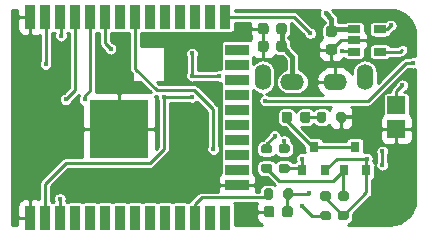
<source format=gtl>
G04 #@! TF.GenerationSoftware,KiCad,Pcbnew,(5.1.10)-1*
G04 #@! TF.CreationDate,2021-12-13T15:30:26+09:00*
G04 #@! TF.ProjectId,cat_tracker,6361745f-7472-4616-936b-65722e6b6963,rev?*
G04 #@! TF.SameCoordinates,Original*
G04 #@! TF.FileFunction,Copper,L1,Top*
G04 #@! TF.FilePolarity,Positive*
%FSLAX46Y46*%
G04 Gerber Fmt 4.6, Leading zero omitted, Abs format (unit mm)*
G04 Created by KiCad (PCBNEW (5.1.10)-1) date 2021-12-13 15:30:26*
%MOMM*%
%LPD*%
G01*
G04 APERTURE LIST*
G04 #@! TA.AperFunction,ComponentPad*
%ADD10O,2.000000X1.400000*%
G04 #@! TD*
G04 #@! TA.AperFunction,ComponentPad*
%ADD11O,1.400000X2.200000*%
G04 #@! TD*
G04 #@! TA.AperFunction,SMDPad,CuDef*
%ADD12R,0.800000X0.900000*%
G04 #@! TD*
G04 #@! TA.AperFunction,SMDPad,CuDef*
%ADD13R,0.900000X2.000000*%
G04 #@! TD*
G04 #@! TA.AperFunction,SMDPad,CuDef*
%ADD14R,2.000000X0.900000*%
G04 #@! TD*
G04 #@! TA.AperFunction,SMDPad,CuDef*
%ADD15R,5.000000X5.000000*%
G04 #@! TD*
G04 #@! TA.AperFunction,SMDPad,CuDef*
%ADD16R,1.060000X0.650000*%
G04 #@! TD*
G04 #@! TA.AperFunction,SMDPad,CuDef*
%ADD17R,1.500000X1.500000*%
G04 #@! TD*
G04 #@! TA.AperFunction,ViaPad*
%ADD18C,0.400000*%
G04 #@! TD*
G04 #@! TA.AperFunction,Conductor*
%ADD19C,0.400000*%
G04 #@! TD*
G04 #@! TA.AperFunction,Conductor*
%ADD20C,0.250000*%
G04 #@! TD*
G04 #@! TA.AperFunction,Conductor*
%ADD21C,0.100000*%
G04 #@! TD*
G04 APERTURE END LIST*
G04 #@! TA.AperFunction,SMDPad,CuDef*
G36*
G01*
X56725000Y-47425000D02*
X57275000Y-47425000D01*
G75*
G02*
X57475000Y-47625000I0J-200000D01*
G01*
X57475000Y-48025000D01*
G75*
G02*
X57275000Y-48225000I-200000J0D01*
G01*
X56725000Y-48225000D01*
G75*
G02*
X56525000Y-48025000I0J200000D01*
G01*
X56525000Y-47625000D01*
G75*
G02*
X56725000Y-47425000I200000J0D01*
G01*
G37*
G04 #@! TD.AperFunction*
G04 #@! TA.AperFunction,SMDPad,CuDef*
G36*
G01*
X56725000Y-45775000D02*
X57275000Y-45775000D01*
G75*
G02*
X57475000Y-45975000I0J-200000D01*
G01*
X57475000Y-46375000D01*
G75*
G02*
X57275000Y-46575000I-200000J0D01*
G01*
X56725000Y-46575000D01*
G75*
G02*
X56525000Y-46375000I0J200000D01*
G01*
X56525000Y-45975000D01*
G75*
G02*
X56725000Y-45775000I200000J0D01*
G01*
G37*
G04 #@! TD.AperFunction*
G04 #@! TA.AperFunction,SMDPad,CuDef*
G36*
G01*
X58775000Y-46575000D02*
X58225000Y-46575000D01*
G75*
G02*
X58025000Y-46375000I0J200000D01*
G01*
X58025000Y-45975000D01*
G75*
G02*
X58225000Y-45775000I200000J0D01*
G01*
X58775000Y-45775000D01*
G75*
G02*
X58975000Y-45975000I0J-200000D01*
G01*
X58975000Y-46375000D01*
G75*
G02*
X58775000Y-46575000I-200000J0D01*
G01*
G37*
G04 #@! TD.AperFunction*
G04 #@! TA.AperFunction,SMDPad,CuDef*
G36*
G01*
X58775000Y-48225000D02*
X58225000Y-48225000D01*
G75*
G02*
X58025000Y-48025000I0J200000D01*
G01*
X58025000Y-47625000D01*
G75*
G02*
X58225000Y-47425000I200000J0D01*
G01*
X58775000Y-47425000D01*
G75*
G02*
X58975000Y-47625000I0J-200000D01*
G01*
X58975000Y-48025000D01*
G75*
G02*
X58775000Y-48225000I-200000J0D01*
G01*
G37*
G04 #@! TD.AperFunction*
D10*
X54200000Y-36500000D03*
X57800000Y-36500000D03*
D11*
X51675000Y-36100000D03*
X60325000Y-36100000D03*
G04 #@! TA.AperFunction,SMDPad,CuDef*
G36*
G01*
X53775000Y-42575000D02*
X53225000Y-42575000D01*
G75*
G02*
X53025000Y-42375000I0J200000D01*
G01*
X53025000Y-41975000D01*
G75*
G02*
X53225000Y-41775000I200000J0D01*
G01*
X53775000Y-41775000D01*
G75*
G02*
X53975000Y-41975000I0J-200000D01*
G01*
X53975000Y-42375000D01*
G75*
G02*
X53775000Y-42575000I-200000J0D01*
G01*
G37*
G04 #@! TD.AperFunction*
G04 #@! TA.AperFunction,SMDPad,CuDef*
G36*
G01*
X53775000Y-44225000D02*
X53225000Y-44225000D01*
G75*
G02*
X53025000Y-44025000I0J200000D01*
G01*
X53025000Y-43625000D01*
G75*
G02*
X53225000Y-43425000I200000J0D01*
G01*
X53775000Y-43425000D01*
G75*
G02*
X53975000Y-43625000I0J-200000D01*
G01*
X53975000Y-44025000D01*
G75*
G02*
X53775000Y-44225000I-200000J0D01*
G01*
G37*
G04 #@! TD.AperFunction*
G04 #@! TA.AperFunction,SMDPad,CuDef*
G36*
G01*
X52275000Y-42575000D02*
X51725000Y-42575000D01*
G75*
G02*
X51525000Y-42375000I0J200000D01*
G01*
X51525000Y-41975000D01*
G75*
G02*
X51725000Y-41775000I200000J0D01*
G01*
X52275000Y-41775000D01*
G75*
G02*
X52475000Y-41975000I0J-200000D01*
G01*
X52475000Y-42375000D01*
G75*
G02*
X52275000Y-42575000I-200000J0D01*
G01*
G37*
G04 #@! TD.AperFunction*
G04 #@! TA.AperFunction,SMDPad,CuDef*
G36*
G01*
X52275000Y-44225000D02*
X51725000Y-44225000D01*
G75*
G02*
X51525000Y-44025000I0J200000D01*
G01*
X51525000Y-43625000D01*
G75*
G02*
X51725000Y-43425000I200000J0D01*
G01*
X52275000Y-43425000D01*
G75*
G02*
X52475000Y-43625000I0J-200000D01*
G01*
X52475000Y-44025000D01*
G75*
G02*
X52275000Y-44225000I-200000J0D01*
G01*
G37*
G04 #@! TD.AperFunction*
G04 #@! TA.AperFunction,SMDPad,CuDef*
G36*
G01*
X53425000Y-46275000D02*
X53425000Y-45725000D01*
G75*
G02*
X53625000Y-45525000I200000J0D01*
G01*
X54025000Y-45525000D01*
G75*
G02*
X54225000Y-45725000I0J-200000D01*
G01*
X54225000Y-46275000D01*
G75*
G02*
X54025000Y-46475000I-200000J0D01*
G01*
X53625000Y-46475000D01*
G75*
G02*
X53425000Y-46275000I0J200000D01*
G01*
G37*
G04 #@! TD.AperFunction*
G04 #@! TA.AperFunction,SMDPad,CuDef*
G36*
G01*
X51775000Y-46275000D02*
X51775000Y-45725000D01*
G75*
G02*
X51975000Y-45525000I200000J0D01*
G01*
X52375000Y-45525000D01*
G75*
G02*
X52575000Y-45725000I0J-200000D01*
G01*
X52575000Y-46275000D01*
G75*
G02*
X52375000Y-46475000I-200000J0D01*
G01*
X51975000Y-46475000D01*
G75*
G02*
X51775000Y-46275000I0J200000D01*
G01*
G37*
G04 #@! TD.AperFunction*
G04 #@! TA.AperFunction,SMDPad,CuDef*
G36*
G01*
X57925000Y-39775000D02*
X57925000Y-39225000D01*
G75*
G02*
X58125000Y-39025000I200000J0D01*
G01*
X58525000Y-39025000D01*
G75*
G02*
X58725000Y-39225000I0J-200000D01*
G01*
X58725000Y-39775000D01*
G75*
G02*
X58525000Y-39975000I-200000J0D01*
G01*
X58125000Y-39975000D01*
G75*
G02*
X57925000Y-39775000I0J200000D01*
G01*
G37*
G04 #@! TD.AperFunction*
G04 #@! TA.AperFunction,SMDPad,CuDef*
G36*
G01*
X56275000Y-39775000D02*
X56275000Y-39225000D01*
G75*
G02*
X56475000Y-39025000I200000J0D01*
G01*
X56875000Y-39025000D01*
G75*
G02*
X57075000Y-39225000I0J-200000D01*
G01*
X57075000Y-39775000D01*
G75*
G02*
X56875000Y-39975000I-200000J0D01*
G01*
X56475000Y-39975000D01*
G75*
G02*
X56275000Y-39775000I0J200000D01*
G01*
G37*
G04 #@! TD.AperFunction*
D12*
X56000000Y-42000000D03*
X56950000Y-44000000D03*
X55050000Y-44000000D03*
X59500000Y-42000000D03*
X60450000Y-44000000D03*
X58550000Y-44000000D03*
G04 #@! TA.AperFunction,SMDPad,CuDef*
G36*
G01*
X54150000Y-39243750D02*
X54150000Y-39756250D01*
G75*
G02*
X53931250Y-39975000I-218750J0D01*
G01*
X53493750Y-39975000D01*
G75*
G02*
X53275000Y-39756250I0J218750D01*
G01*
X53275000Y-39243750D01*
G75*
G02*
X53493750Y-39025000I218750J0D01*
G01*
X53931250Y-39025000D01*
G75*
G02*
X54150000Y-39243750I0J-218750D01*
G01*
G37*
G04 #@! TD.AperFunction*
G04 #@! TA.AperFunction,SMDPad,CuDef*
G36*
G01*
X55725000Y-39243750D02*
X55725000Y-39756250D01*
G75*
G02*
X55506250Y-39975000I-218750J0D01*
G01*
X55068750Y-39975000D01*
G75*
G02*
X54850000Y-39756250I0J218750D01*
G01*
X54850000Y-39243750D01*
G75*
G02*
X55068750Y-39025000I218750J0D01*
G01*
X55506250Y-39025000D01*
G75*
G02*
X55725000Y-39243750I0J-218750D01*
G01*
G37*
G04 #@! TD.AperFunction*
G04 #@! TA.AperFunction,SMDPad,CuDef*
G36*
G01*
X52675000Y-47250000D02*
X52675000Y-47750000D01*
G75*
G02*
X52450000Y-47975000I-225000J0D01*
G01*
X52000000Y-47975000D01*
G75*
G02*
X51775000Y-47750000I0J225000D01*
G01*
X51775000Y-47250000D01*
G75*
G02*
X52000000Y-47025000I225000J0D01*
G01*
X52450000Y-47025000D01*
G75*
G02*
X52675000Y-47250000I0J-225000D01*
G01*
G37*
G04 #@! TD.AperFunction*
G04 #@! TA.AperFunction,SMDPad,CuDef*
G36*
G01*
X54225000Y-47250000D02*
X54225000Y-47750000D01*
G75*
G02*
X54000000Y-47975000I-225000J0D01*
G01*
X53550000Y-47975000D01*
G75*
G02*
X53325000Y-47750000I0J225000D01*
G01*
X53325000Y-47250000D01*
G75*
G02*
X53550000Y-47025000I225000J0D01*
G01*
X54000000Y-47025000D01*
G75*
G02*
X54225000Y-47250000I0J-225000D01*
G01*
G37*
G04 #@! TD.AperFunction*
G04 #@! TA.AperFunction,SMDPad,CuDef*
G36*
G01*
X57250000Y-33325000D02*
X57750000Y-33325000D01*
G75*
G02*
X57975000Y-33550000I0J-225000D01*
G01*
X57975000Y-34000000D01*
G75*
G02*
X57750000Y-34225000I-225000J0D01*
G01*
X57250000Y-34225000D01*
G75*
G02*
X57025000Y-34000000I0J225000D01*
G01*
X57025000Y-33550000D01*
G75*
G02*
X57250000Y-33325000I225000J0D01*
G01*
G37*
G04 #@! TD.AperFunction*
G04 #@! TA.AperFunction,SMDPad,CuDef*
G36*
G01*
X57250000Y-31775000D02*
X57750000Y-31775000D01*
G75*
G02*
X57975000Y-32000000I0J-225000D01*
G01*
X57975000Y-32450000D01*
G75*
G02*
X57750000Y-32675000I-225000J0D01*
G01*
X57250000Y-32675000D01*
G75*
G02*
X57025000Y-32450000I0J225000D01*
G01*
X57025000Y-32000000D01*
G75*
G02*
X57250000Y-31775000I225000J0D01*
G01*
G37*
G04 #@! TD.AperFunction*
G04 #@! TA.AperFunction,SMDPad,CuDef*
G36*
G01*
X52175000Y-31750000D02*
X52175000Y-32250000D01*
G75*
G02*
X51950000Y-32475000I-225000J0D01*
G01*
X51500000Y-32475000D01*
G75*
G02*
X51275000Y-32250000I0J225000D01*
G01*
X51275000Y-31750000D01*
G75*
G02*
X51500000Y-31525000I225000J0D01*
G01*
X51950000Y-31525000D01*
G75*
G02*
X52175000Y-31750000I0J-225000D01*
G01*
G37*
G04 #@! TD.AperFunction*
G04 #@! TA.AperFunction,SMDPad,CuDef*
G36*
G01*
X53725000Y-31750000D02*
X53725000Y-32250000D01*
G75*
G02*
X53500000Y-32475000I-225000J0D01*
G01*
X53050000Y-32475000D01*
G75*
G02*
X52825000Y-32250000I0J225000D01*
G01*
X52825000Y-31750000D01*
G75*
G02*
X53050000Y-31525000I225000J0D01*
G01*
X53500000Y-31525000D01*
G75*
G02*
X53725000Y-31750000I0J-225000D01*
G01*
G37*
G04 #@! TD.AperFunction*
G04 #@! TA.AperFunction,SMDPad,CuDef*
G36*
G01*
X52175000Y-33250000D02*
X52175000Y-33750000D01*
G75*
G02*
X51950000Y-33975000I-225000J0D01*
G01*
X51500000Y-33975000D01*
G75*
G02*
X51275000Y-33750000I0J225000D01*
G01*
X51275000Y-33250000D01*
G75*
G02*
X51500000Y-33025000I225000J0D01*
G01*
X51950000Y-33025000D01*
G75*
G02*
X52175000Y-33250000I0J-225000D01*
G01*
G37*
G04 #@! TD.AperFunction*
G04 #@! TA.AperFunction,SMDPad,CuDef*
G36*
G01*
X53725000Y-33250000D02*
X53725000Y-33750000D01*
G75*
G02*
X53500000Y-33975000I-225000J0D01*
G01*
X53050000Y-33975000D01*
G75*
G02*
X52825000Y-33750000I0J225000D01*
G01*
X52825000Y-33250000D01*
G75*
G02*
X53050000Y-33025000I225000J0D01*
G01*
X53500000Y-33025000D01*
G75*
G02*
X53725000Y-33250000I0J-225000D01*
G01*
G37*
G04 #@! TD.AperFunction*
D13*
X31995000Y-31000000D03*
X33265000Y-31000000D03*
X34535000Y-31000000D03*
X35805000Y-31000000D03*
X37075000Y-31000000D03*
X38345000Y-31000000D03*
X39615000Y-31000000D03*
X40885000Y-31000000D03*
X42155000Y-31000000D03*
X43425000Y-31000000D03*
X44695000Y-31000000D03*
X45965000Y-31000000D03*
X47235000Y-31000000D03*
X48505000Y-31000000D03*
D14*
X49505000Y-33785000D03*
X49505000Y-35055000D03*
X49505000Y-36325000D03*
X49505000Y-37595000D03*
X49505000Y-38865000D03*
X49505000Y-40135000D03*
X49505000Y-41405000D03*
X49505000Y-42675000D03*
X49505000Y-43945000D03*
X49505000Y-45215000D03*
D13*
X48505000Y-48000000D03*
X47235000Y-48000000D03*
X45965000Y-48000000D03*
X44695000Y-48000000D03*
X43425000Y-48000000D03*
X42155000Y-48000000D03*
X40885000Y-48000000D03*
X39615000Y-48000000D03*
X38345000Y-48000000D03*
X37075000Y-48000000D03*
X35805000Y-48000000D03*
X34535000Y-48000000D03*
X33265000Y-48000000D03*
X31995000Y-48000000D03*
D15*
X39495000Y-40500000D03*
D16*
X61600000Y-32050000D03*
X61600000Y-33950000D03*
X59400000Y-33950000D03*
X59400000Y-33000000D03*
X59400000Y-32050000D03*
D17*
X63000000Y-38500000D03*
X63000000Y-40500000D03*
D18*
X53275000Y-32675000D03*
X44800000Y-34700000D03*
X61400000Y-39400000D03*
X61100000Y-47100000D03*
X63000000Y-43700000D03*
X39200000Y-37100000D03*
X51000000Y-47500000D03*
X45000000Y-35900000D03*
X35900000Y-42300000D03*
X59500000Y-31000000D03*
X48500000Y-32500000D03*
X57000000Y-30700000D03*
X62525000Y-31725000D03*
X43300000Y-37800000D03*
X45700000Y-37800000D03*
X45700000Y-36000000D03*
X45700000Y-34100000D03*
X60500000Y-43000000D03*
X48000000Y-36000000D03*
X51900000Y-38100000D03*
X64400000Y-34900000D03*
X61800000Y-42400000D03*
X61800000Y-43525000D03*
X47500000Y-42200000D03*
X53500000Y-41500000D03*
X36594998Y-38000000D03*
X35000000Y-38000000D03*
X52700000Y-41100000D03*
X34500000Y-46400000D03*
X55700000Y-32400000D03*
X63500000Y-36800000D03*
X34600000Y-32600000D03*
X38800000Y-33700000D03*
X33300000Y-35000000D03*
X55600000Y-45900000D03*
X58400000Y-33900000D03*
X55000000Y-47000000D03*
X55000000Y-43000000D03*
D19*
X53275000Y-32675000D02*
X53275000Y-32000000D01*
X53275000Y-33500000D02*
X53275000Y-32675000D01*
X54200000Y-34425000D02*
X53275000Y-33500000D01*
X54200000Y-36500000D02*
X54200000Y-34425000D01*
D20*
X51725000Y-32000000D02*
X51725000Y-33500000D01*
X44800000Y-34700000D02*
X44800000Y-33500000D01*
X45300000Y-33000000D02*
X48000000Y-33000000D01*
X44800000Y-33500000D02*
X45300000Y-33000000D01*
X62725000Y-33000000D02*
X63500000Y-32225000D01*
X59400000Y-33000000D02*
X62725000Y-33000000D01*
X58275000Y-33000000D02*
X57500000Y-33775000D01*
X59400000Y-33000000D02*
X58275000Y-33000000D01*
X57800000Y-36500000D02*
X57800000Y-35100000D01*
X57500000Y-34800000D02*
X57500000Y-33775000D01*
X57800000Y-35100000D02*
X57500000Y-34800000D01*
X58425000Y-39400000D02*
X58325000Y-39500000D01*
X61400000Y-39400000D02*
X58425000Y-39400000D01*
X63000000Y-45200000D02*
X61100000Y-47100000D01*
X63000000Y-43700000D02*
X63000000Y-45200000D01*
X63000000Y-40500000D02*
X63000000Y-43700000D01*
X45000000Y-34900000D02*
X44800000Y-34700000D01*
X45000000Y-35900000D02*
X45000000Y-34900000D01*
D19*
X57675000Y-32050000D02*
X57500000Y-32225000D01*
X59400000Y-32050000D02*
X57675000Y-32050000D01*
X57500000Y-31200000D02*
X57000000Y-30700000D01*
X57500000Y-32225000D02*
X57500000Y-31200000D01*
D20*
X62200000Y-32050000D02*
X62525000Y-31725000D01*
X61600000Y-32050000D02*
X62200000Y-32050000D01*
X43300000Y-37800000D02*
X45700000Y-37800000D01*
X33265000Y-48000000D02*
X33265000Y-45135000D01*
X33265000Y-45135000D02*
X35000000Y-43400000D01*
X35000000Y-43400000D02*
X42100000Y-43400000D01*
X43300000Y-42200000D02*
X43300000Y-37800000D01*
X42100000Y-43400000D02*
X43300000Y-42200000D01*
X45700000Y-36000000D02*
X45700000Y-34100000D01*
X60450000Y-43050000D02*
X60500000Y-43000000D01*
X60450000Y-44000000D02*
X60450000Y-43050000D01*
X57950000Y-43000000D02*
X56950000Y-44000000D01*
X60500000Y-43000000D02*
X57950000Y-43000000D01*
X45700000Y-36000000D02*
X48000000Y-36000000D01*
X51900000Y-38100000D02*
X60600000Y-38100000D01*
X60600000Y-38100000D02*
X63800000Y-34900000D01*
X63800000Y-34900000D02*
X64400000Y-34900000D01*
X63325000Y-33950000D02*
X63500000Y-33775000D01*
X61600000Y-33950000D02*
X63325000Y-33950000D01*
X60450000Y-45875000D02*
X60450000Y-44000000D01*
X58500000Y-47825000D02*
X60450000Y-45875000D01*
X57000000Y-46325000D02*
X58500000Y-47825000D01*
X57000000Y-46175000D02*
X57000000Y-46325000D01*
X61800000Y-42400000D02*
X61800000Y-43525000D01*
X56675000Y-39500000D02*
X55287500Y-39500000D01*
X40885000Y-31000000D02*
X40885000Y-35385000D01*
X40885000Y-35385000D02*
X42700000Y-37200000D01*
X47500000Y-38822998D02*
X47500000Y-42200000D01*
X45877002Y-37200000D02*
X47500000Y-38822998D01*
X42700000Y-37200000D02*
X45877002Y-37200000D01*
X53500000Y-41500000D02*
X53500000Y-42175000D01*
X37075000Y-37237156D02*
X37075000Y-31000000D01*
X36594998Y-37717158D02*
X37075000Y-37237156D01*
X36594998Y-38000000D02*
X36594998Y-37717158D01*
X35805000Y-37195000D02*
X35000000Y-38000000D01*
X35805000Y-31000000D02*
X35805000Y-37195000D01*
X52700000Y-41100000D02*
X52000000Y-41800000D01*
X52000000Y-41800000D02*
X52000000Y-42175000D01*
X34535000Y-46435000D02*
X34500000Y-46400000D01*
X34535000Y-48000000D02*
X34535000Y-46435000D01*
X54300000Y-31000000D02*
X48505000Y-31000000D01*
X55700000Y-32400000D02*
X54300000Y-31000000D01*
X63500000Y-36800000D02*
X63000000Y-37300000D01*
X63000000Y-37300000D02*
X63000000Y-38500000D01*
X34600000Y-31065000D02*
X34535000Y-31000000D01*
X34600000Y-32600000D02*
X34600000Y-31065000D01*
X38345000Y-33245000D02*
X38800000Y-33700000D01*
X38345000Y-31000000D02*
X38345000Y-33245000D01*
X33300000Y-31035000D02*
X33265000Y-31000000D01*
X33300000Y-35000000D02*
X33300000Y-31035000D01*
X45965000Y-48000000D02*
X45965000Y-46835000D01*
X45965000Y-46835000D02*
X46500000Y-46300000D01*
X51875000Y-46300000D02*
X52175000Y-46000000D01*
X46500000Y-46300000D02*
X51875000Y-46300000D01*
X53775000Y-46050000D02*
X53825000Y-46000000D01*
X53775000Y-47500000D02*
X53775000Y-46050000D01*
X55500000Y-46000000D02*
X55600000Y-45900000D01*
X53825000Y-46000000D02*
X55500000Y-46000000D01*
X59350000Y-33900000D02*
X59400000Y-33950000D01*
X58400000Y-33900000D02*
X59350000Y-33900000D01*
X53712500Y-39500000D02*
X53712500Y-39812500D01*
X55900000Y-42000000D02*
X56000000Y-42000000D01*
X53712500Y-39812500D02*
X55900000Y-42000000D01*
X59500000Y-42000000D02*
X56000000Y-42000000D01*
X58550000Y-44000000D02*
X57650000Y-44900000D01*
X53075000Y-44900000D02*
X52000000Y-43825000D01*
X57650000Y-44900000D02*
X53075000Y-44900000D01*
X58500000Y-44050000D02*
X58550000Y-44000000D01*
X58500000Y-46175000D02*
X58500000Y-44050000D01*
X54875000Y-43825000D02*
X55050000Y-44000000D01*
X53500000Y-43825000D02*
X54875000Y-43825000D01*
X55825000Y-47825000D02*
X55000000Y-47000000D01*
X57000000Y-47825000D02*
X55825000Y-47825000D01*
X55000000Y-43950000D02*
X55050000Y-44000000D01*
X55000000Y-43000000D02*
X55000000Y-43950000D01*
X64125740Y-35413104D02*
X64231112Y-35456750D01*
X64342973Y-35479000D01*
X64457027Y-35479000D01*
X64568888Y-35456750D01*
X64596001Y-35445520D01*
X64596000Y-46480239D01*
X64554181Y-46906740D01*
X64436058Y-47297983D01*
X64244190Y-47658835D01*
X63985885Y-47975549D01*
X63670985Y-48236056D01*
X63311481Y-48430440D01*
X62921068Y-48551292D01*
X62495698Y-48596000D01*
X58874832Y-48596000D01*
X58888315Y-48594672D01*
X58997275Y-48561620D01*
X59097694Y-48507945D01*
X59185711Y-48435711D01*
X59257945Y-48347694D01*
X59311620Y-48247275D01*
X59344672Y-48138315D01*
X59355833Y-48025000D01*
X59355833Y-47681930D01*
X60788878Y-46248886D01*
X60808106Y-46233106D01*
X60871088Y-46156362D01*
X60917888Y-46068805D01*
X60946707Y-45973801D01*
X60954000Y-45899754D01*
X60954000Y-45899752D01*
X60956438Y-45875001D01*
X60954000Y-45850250D01*
X60954000Y-44814505D01*
X60995738Y-44801844D01*
X61061579Y-44766651D01*
X61119290Y-44719290D01*
X61166651Y-44661579D01*
X61201844Y-44595738D01*
X61223515Y-44524297D01*
X61230833Y-44450000D01*
X61230833Y-43631462D01*
X61243250Y-43693888D01*
X61286896Y-43799260D01*
X61350261Y-43894091D01*
X61430909Y-43974739D01*
X61525740Y-44038104D01*
X61631112Y-44081750D01*
X61742973Y-44104000D01*
X61857027Y-44104000D01*
X61968888Y-44081750D01*
X62074260Y-44038104D01*
X62169091Y-43974739D01*
X62249739Y-43894091D01*
X62313104Y-43799260D01*
X62356750Y-43693888D01*
X62379000Y-43582027D01*
X62379000Y-43467973D01*
X62356750Y-43356112D01*
X62313104Y-43250740D01*
X62304000Y-43237115D01*
X62304000Y-42687885D01*
X62313104Y-42674260D01*
X62356750Y-42568888D01*
X62379000Y-42457027D01*
X62379000Y-42342973D01*
X62356750Y-42231112D01*
X62313104Y-42125740D01*
X62249739Y-42030909D01*
X62169091Y-41950261D01*
X62074260Y-41886896D01*
X61968888Y-41843250D01*
X61857027Y-41821000D01*
X61742973Y-41821000D01*
X61631112Y-41843250D01*
X61525740Y-41886896D01*
X61430909Y-41950261D01*
X61350261Y-42030909D01*
X61286896Y-42125740D01*
X61243250Y-42231112D01*
X61221000Y-42342973D01*
X61221000Y-42457027D01*
X61243250Y-42568888D01*
X61286896Y-42674260D01*
X61296000Y-42687885D01*
X61296001Y-43237114D01*
X61286896Y-43250740D01*
X61243250Y-43356112D01*
X61221067Y-43467634D01*
X61201844Y-43404262D01*
X61166651Y-43338421D01*
X61119290Y-43280710D01*
X61061579Y-43233349D01*
X61035765Y-43219551D01*
X61056750Y-43168888D01*
X61079000Y-43057027D01*
X61079000Y-42942973D01*
X61056750Y-42831112D01*
X61013104Y-42725740D01*
X60949739Y-42630909D01*
X60869091Y-42550261D01*
X60774260Y-42486896D01*
X60668888Y-42443250D01*
X60557027Y-42421000D01*
X60442973Y-42421000D01*
X60331112Y-42443250D01*
X60279388Y-42464675D01*
X60280833Y-42450000D01*
X60280833Y-41550000D01*
X60273515Y-41475703D01*
X60251844Y-41404262D01*
X60216651Y-41338421D01*
X60169290Y-41280710D01*
X60131869Y-41250000D01*
X61613937Y-41250000D01*
X61626159Y-41374090D01*
X61662354Y-41493411D01*
X61721133Y-41603378D01*
X61800236Y-41699764D01*
X61896622Y-41778867D01*
X62006589Y-41837646D01*
X62125910Y-41873841D01*
X62250000Y-41886063D01*
X62839750Y-41883000D01*
X62998000Y-41724750D01*
X62998000Y-40502000D01*
X63002000Y-40502000D01*
X63002000Y-41724750D01*
X63160250Y-41883000D01*
X63750000Y-41886063D01*
X63874090Y-41873841D01*
X63993411Y-41837646D01*
X64103378Y-41778867D01*
X64199764Y-41699764D01*
X64278867Y-41603378D01*
X64337646Y-41493411D01*
X64373841Y-41374090D01*
X64386063Y-41250000D01*
X64383000Y-40660250D01*
X64224750Y-40502000D01*
X63002000Y-40502000D01*
X62998000Y-40502000D01*
X61775250Y-40502000D01*
X61617000Y-40660250D01*
X61613937Y-41250000D01*
X60131869Y-41250000D01*
X60111579Y-41233349D01*
X60045738Y-41198156D01*
X59974297Y-41176485D01*
X59900000Y-41169167D01*
X59100000Y-41169167D01*
X59025703Y-41176485D01*
X58954262Y-41198156D01*
X58888421Y-41233349D01*
X58830710Y-41280710D01*
X58783349Y-41338421D01*
X58748156Y-41404262D01*
X58726485Y-41475703D01*
X58724486Y-41496000D01*
X56775514Y-41496000D01*
X56773515Y-41475703D01*
X56751844Y-41404262D01*
X56716651Y-41338421D01*
X56669290Y-41280710D01*
X56611579Y-41233349D01*
X56545738Y-41198156D01*
X56474297Y-41176485D01*
X56400000Y-41169167D01*
X55781931Y-41169167D01*
X54957654Y-40344891D01*
X55068750Y-40355833D01*
X55506250Y-40355833D01*
X55623223Y-40344312D01*
X55735700Y-40310192D01*
X55839360Y-40254785D01*
X55930219Y-40180219D01*
X55995000Y-40101283D01*
X56064289Y-40185711D01*
X56152306Y-40257945D01*
X56252725Y-40311620D01*
X56361685Y-40344672D01*
X56475000Y-40355833D01*
X56875000Y-40355833D01*
X56988315Y-40344672D01*
X57097275Y-40311620D01*
X57197694Y-40257945D01*
X57285711Y-40185711D01*
X57316175Y-40148591D01*
X57337354Y-40218411D01*
X57396133Y-40328378D01*
X57475236Y-40424764D01*
X57571622Y-40503867D01*
X57681589Y-40562646D01*
X57800910Y-40598841D01*
X57925000Y-40611063D01*
X58164750Y-40608000D01*
X58323000Y-40449750D01*
X58323000Y-39502000D01*
X58327000Y-39502000D01*
X58327000Y-40449750D01*
X58485250Y-40608000D01*
X58725000Y-40611063D01*
X58849090Y-40598841D01*
X58968411Y-40562646D01*
X59078378Y-40503867D01*
X59174764Y-40424764D01*
X59253867Y-40328378D01*
X59312646Y-40218411D01*
X59348841Y-40099090D01*
X59361063Y-39975000D01*
X59358874Y-39750000D01*
X61613937Y-39750000D01*
X61617000Y-40339750D01*
X61775250Y-40498000D01*
X62998000Y-40498000D01*
X62998000Y-40478000D01*
X63002000Y-40478000D01*
X63002000Y-40498000D01*
X64224750Y-40498000D01*
X64383000Y-40339750D01*
X64386063Y-39750000D01*
X64373841Y-39625910D01*
X64337646Y-39506589D01*
X64278867Y-39396622D01*
X64199764Y-39300236D01*
X64130833Y-39243665D01*
X64130833Y-37750000D01*
X64123515Y-37675703D01*
X64101844Y-37604262D01*
X64066651Y-37538421D01*
X64019290Y-37480710D01*
X63961579Y-37433349D01*
X63895738Y-37398156D01*
X63824297Y-37376485D01*
X63750000Y-37369167D01*
X63643596Y-37369167D01*
X63652816Y-37359947D01*
X63668888Y-37356750D01*
X63774260Y-37313104D01*
X63869091Y-37249739D01*
X63949739Y-37169091D01*
X64013104Y-37074260D01*
X64056750Y-36968888D01*
X64079000Y-36857027D01*
X64079000Y-36742973D01*
X64056750Y-36631112D01*
X64013104Y-36525740D01*
X63949739Y-36430909D01*
X63869091Y-36350261D01*
X63774260Y-36286896D01*
X63668888Y-36243250D01*
X63557027Y-36221000D01*
X63442973Y-36221000D01*
X63331112Y-36243250D01*
X63225740Y-36286896D01*
X63130909Y-36350261D01*
X63050261Y-36430909D01*
X62986896Y-36525740D01*
X62943250Y-36631112D01*
X62940053Y-36647184D01*
X62661127Y-36926110D01*
X62641894Y-36941894D01*
X62578912Y-37018638D01*
X62532112Y-37106196D01*
X62522198Y-37138878D01*
X62503293Y-37201199D01*
X62493562Y-37300000D01*
X62496000Y-37324754D01*
X62496000Y-37369167D01*
X62250000Y-37369167D01*
X62175703Y-37376485D01*
X62104262Y-37398156D01*
X62038421Y-37433349D01*
X61980710Y-37480710D01*
X61933349Y-37538421D01*
X61898156Y-37604262D01*
X61876485Y-37675703D01*
X61869167Y-37750000D01*
X61869167Y-39243665D01*
X61800236Y-39300236D01*
X61721133Y-39396622D01*
X61662354Y-39506589D01*
X61626159Y-39625910D01*
X61613937Y-39750000D01*
X59358874Y-39750000D01*
X59358000Y-39660250D01*
X59199750Y-39502000D01*
X58327000Y-39502000D01*
X58323000Y-39502000D01*
X58303000Y-39502000D01*
X58303000Y-39498000D01*
X58323000Y-39498000D01*
X58323000Y-39478000D01*
X58327000Y-39478000D01*
X58327000Y-39498000D01*
X59199750Y-39498000D01*
X59358000Y-39339750D01*
X59361063Y-39025000D01*
X59348841Y-38900910D01*
X59312646Y-38781589D01*
X59253867Y-38671622D01*
X59198370Y-38604000D01*
X60575246Y-38604000D01*
X60600000Y-38606438D01*
X60698801Y-38596707D01*
X60793805Y-38567888D01*
X60881362Y-38521088D01*
X60958106Y-38458106D01*
X60973890Y-38438873D01*
X64008764Y-35404000D01*
X64112115Y-35404000D01*
X64125740Y-35413104D01*
G04 #@! TA.AperFunction,Conductor*
D21*
G36*
X64125740Y-35413104D02*
G01*
X64231112Y-35456750D01*
X64342973Y-35479000D01*
X64457027Y-35479000D01*
X64568888Y-35456750D01*
X64596001Y-35445520D01*
X64596000Y-46480239D01*
X64554181Y-46906740D01*
X64436058Y-47297983D01*
X64244190Y-47658835D01*
X63985885Y-47975549D01*
X63670985Y-48236056D01*
X63311481Y-48430440D01*
X62921068Y-48551292D01*
X62495698Y-48596000D01*
X58874832Y-48596000D01*
X58888315Y-48594672D01*
X58997275Y-48561620D01*
X59097694Y-48507945D01*
X59185711Y-48435711D01*
X59257945Y-48347694D01*
X59311620Y-48247275D01*
X59344672Y-48138315D01*
X59355833Y-48025000D01*
X59355833Y-47681930D01*
X60788878Y-46248886D01*
X60808106Y-46233106D01*
X60871088Y-46156362D01*
X60917888Y-46068805D01*
X60946707Y-45973801D01*
X60954000Y-45899754D01*
X60954000Y-45899752D01*
X60956438Y-45875001D01*
X60954000Y-45850250D01*
X60954000Y-44814505D01*
X60995738Y-44801844D01*
X61061579Y-44766651D01*
X61119290Y-44719290D01*
X61166651Y-44661579D01*
X61201844Y-44595738D01*
X61223515Y-44524297D01*
X61230833Y-44450000D01*
X61230833Y-43631462D01*
X61243250Y-43693888D01*
X61286896Y-43799260D01*
X61350261Y-43894091D01*
X61430909Y-43974739D01*
X61525740Y-44038104D01*
X61631112Y-44081750D01*
X61742973Y-44104000D01*
X61857027Y-44104000D01*
X61968888Y-44081750D01*
X62074260Y-44038104D01*
X62169091Y-43974739D01*
X62249739Y-43894091D01*
X62313104Y-43799260D01*
X62356750Y-43693888D01*
X62379000Y-43582027D01*
X62379000Y-43467973D01*
X62356750Y-43356112D01*
X62313104Y-43250740D01*
X62304000Y-43237115D01*
X62304000Y-42687885D01*
X62313104Y-42674260D01*
X62356750Y-42568888D01*
X62379000Y-42457027D01*
X62379000Y-42342973D01*
X62356750Y-42231112D01*
X62313104Y-42125740D01*
X62249739Y-42030909D01*
X62169091Y-41950261D01*
X62074260Y-41886896D01*
X61968888Y-41843250D01*
X61857027Y-41821000D01*
X61742973Y-41821000D01*
X61631112Y-41843250D01*
X61525740Y-41886896D01*
X61430909Y-41950261D01*
X61350261Y-42030909D01*
X61286896Y-42125740D01*
X61243250Y-42231112D01*
X61221000Y-42342973D01*
X61221000Y-42457027D01*
X61243250Y-42568888D01*
X61286896Y-42674260D01*
X61296000Y-42687885D01*
X61296001Y-43237114D01*
X61286896Y-43250740D01*
X61243250Y-43356112D01*
X61221067Y-43467634D01*
X61201844Y-43404262D01*
X61166651Y-43338421D01*
X61119290Y-43280710D01*
X61061579Y-43233349D01*
X61035765Y-43219551D01*
X61056750Y-43168888D01*
X61079000Y-43057027D01*
X61079000Y-42942973D01*
X61056750Y-42831112D01*
X61013104Y-42725740D01*
X60949739Y-42630909D01*
X60869091Y-42550261D01*
X60774260Y-42486896D01*
X60668888Y-42443250D01*
X60557027Y-42421000D01*
X60442973Y-42421000D01*
X60331112Y-42443250D01*
X60279388Y-42464675D01*
X60280833Y-42450000D01*
X60280833Y-41550000D01*
X60273515Y-41475703D01*
X60251844Y-41404262D01*
X60216651Y-41338421D01*
X60169290Y-41280710D01*
X60131869Y-41250000D01*
X61613937Y-41250000D01*
X61626159Y-41374090D01*
X61662354Y-41493411D01*
X61721133Y-41603378D01*
X61800236Y-41699764D01*
X61896622Y-41778867D01*
X62006589Y-41837646D01*
X62125910Y-41873841D01*
X62250000Y-41886063D01*
X62839750Y-41883000D01*
X62998000Y-41724750D01*
X62998000Y-40502000D01*
X63002000Y-40502000D01*
X63002000Y-41724750D01*
X63160250Y-41883000D01*
X63750000Y-41886063D01*
X63874090Y-41873841D01*
X63993411Y-41837646D01*
X64103378Y-41778867D01*
X64199764Y-41699764D01*
X64278867Y-41603378D01*
X64337646Y-41493411D01*
X64373841Y-41374090D01*
X64386063Y-41250000D01*
X64383000Y-40660250D01*
X64224750Y-40502000D01*
X63002000Y-40502000D01*
X62998000Y-40502000D01*
X61775250Y-40502000D01*
X61617000Y-40660250D01*
X61613937Y-41250000D01*
X60131869Y-41250000D01*
X60111579Y-41233349D01*
X60045738Y-41198156D01*
X59974297Y-41176485D01*
X59900000Y-41169167D01*
X59100000Y-41169167D01*
X59025703Y-41176485D01*
X58954262Y-41198156D01*
X58888421Y-41233349D01*
X58830710Y-41280710D01*
X58783349Y-41338421D01*
X58748156Y-41404262D01*
X58726485Y-41475703D01*
X58724486Y-41496000D01*
X56775514Y-41496000D01*
X56773515Y-41475703D01*
X56751844Y-41404262D01*
X56716651Y-41338421D01*
X56669290Y-41280710D01*
X56611579Y-41233349D01*
X56545738Y-41198156D01*
X56474297Y-41176485D01*
X56400000Y-41169167D01*
X55781931Y-41169167D01*
X54957654Y-40344891D01*
X55068750Y-40355833D01*
X55506250Y-40355833D01*
X55623223Y-40344312D01*
X55735700Y-40310192D01*
X55839360Y-40254785D01*
X55930219Y-40180219D01*
X55995000Y-40101283D01*
X56064289Y-40185711D01*
X56152306Y-40257945D01*
X56252725Y-40311620D01*
X56361685Y-40344672D01*
X56475000Y-40355833D01*
X56875000Y-40355833D01*
X56988315Y-40344672D01*
X57097275Y-40311620D01*
X57197694Y-40257945D01*
X57285711Y-40185711D01*
X57316175Y-40148591D01*
X57337354Y-40218411D01*
X57396133Y-40328378D01*
X57475236Y-40424764D01*
X57571622Y-40503867D01*
X57681589Y-40562646D01*
X57800910Y-40598841D01*
X57925000Y-40611063D01*
X58164750Y-40608000D01*
X58323000Y-40449750D01*
X58323000Y-39502000D01*
X58327000Y-39502000D01*
X58327000Y-40449750D01*
X58485250Y-40608000D01*
X58725000Y-40611063D01*
X58849090Y-40598841D01*
X58968411Y-40562646D01*
X59078378Y-40503867D01*
X59174764Y-40424764D01*
X59253867Y-40328378D01*
X59312646Y-40218411D01*
X59348841Y-40099090D01*
X59361063Y-39975000D01*
X59358874Y-39750000D01*
X61613937Y-39750000D01*
X61617000Y-40339750D01*
X61775250Y-40498000D01*
X62998000Y-40498000D01*
X62998000Y-40478000D01*
X63002000Y-40478000D01*
X63002000Y-40498000D01*
X64224750Y-40498000D01*
X64383000Y-40339750D01*
X64386063Y-39750000D01*
X64373841Y-39625910D01*
X64337646Y-39506589D01*
X64278867Y-39396622D01*
X64199764Y-39300236D01*
X64130833Y-39243665D01*
X64130833Y-37750000D01*
X64123515Y-37675703D01*
X64101844Y-37604262D01*
X64066651Y-37538421D01*
X64019290Y-37480710D01*
X63961579Y-37433349D01*
X63895738Y-37398156D01*
X63824297Y-37376485D01*
X63750000Y-37369167D01*
X63643596Y-37369167D01*
X63652816Y-37359947D01*
X63668888Y-37356750D01*
X63774260Y-37313104D01*
X63869091Y-37249739D01*
X63949739Y-37169091D01*
X64013104Y-37074260D01*
X64056750Y-36968888D01*
X64079000Y-36857027D01*
X64079000Y-36742973D01*
X64056750Y-36631112D01*
X64013104Y-36525740D01*
X63949739Y-36430909D01*
X63869091Y-36350261D01*
X63774260Y-36286896D01*
X63668888Y-36243250D01*
X63557027Y-36221000D01*
X63442973Y-36221000D01*
X63331112Y-36243250D01*
X63225740Y-36286896D01*
X63130909Y-36350261D01*
X63050261Y-36430909D01*
X62986896Y-36525740D01*
X62943250Y-36631112D01*
X62940053Y-36647184D01*
X62661127Y-36926110D01*
X62641894Y-36941894D01*
X62578912Y-37018638D01*
X62532112Y-37106196D01*
X62522198Y-37138878D01*
X62503293Y-37201199D01*
X62493562Y-37300000D01*
X62496000Y-37324754D01*
X62496000Y-37369167D01*
X62250000Y-37369167D01*
X62175703Y-37376485D01*
X62104262Y-37398156D01*
X62038421Y-37433349D01*
X61980710Y-37480710D01*
X61933349Y-37538421D01*
X61898156Y-37604262D01*
X61876485Y-37675703D01*
X61869167Y-37750000D01*
X61869167Y-39243665D01*
X61800236Y-39300236D01*
X61721133Y-39396622D01*
X61662354Y-39506589D01*
X61626159Y-39625910D01*
X61613937Y-39750000D01*
X59358874Y-39750000D01*
X59358000Y-39660250D01*
X59199750Y-39502000D01*
X58327000Y-39502000D01*
X58323000Y-39502000D01*
X58303000Y-39502000D01*
X58303000Y-39498000D01*
X58323000Y-39498000D01*
X58323000Y-39478000D01*
X58327000Y-39478000D01*
X58327000Y-39498000D01*
X59199750Y-39498000D01*
X59358000Y-39339750D01*
X59361063Y-39025000D01*
X59348841Y-38900910D01*
X59312646Y-38781589D01*
X59253867Y-38671622D01*
X59198370Y-38604000D01*
X60575246Y-38604000D01*
X60600000Y-38606438D01*
X60698801Y-38596707D01*
X60793805Y-38567888D01*
X60881362Y-38521088D01*
X60958106Y-38458106D01*
X60973890Y-38438873D01*
X64008764Y-35404000D01*
X64112115Y-35404000D01*
X64125740Y-35413104D01*
G37*
G04 #@! TD.AperFunction*
D20*
X30912000Y-30839750D02*
X31070250Y-30998000D01*
X31993000Y-30998000D01*
X31993000Y-30978000D01*
X31997000Y-30978000D01*
X31997000Y-30998000D01*
X32017000Y-30998000D01*
X32017000Y-31002000D01*
X31997000Y-31002000D01*
X31997000Y-32474750D01*
X32155250Y-32633000D01*
X32445000Y-32636063D01*
X32569090Y-32623841D01*
X32688411Y-32587646D01*
X32796001Y-32530138D01*
X32796000Y-34712115D01*
X32786896Y-34725740D01*
X32743250Y-34831112D01*
X32721000Y-34942973D01*
X32721000Y-35057027D01*
X32743250Y-35168888D01*
X32786896Y-35274260D01*
X32850261Y-35369091D01*
X32930909Y-35449739D01*
X33025740Y-35513104D01*
X33131112Y-35556750D01*
X33242973Y-35579000D01*
X33357027Y-35579000D01*
X33468888Y-35556750D01*
X33574260Y-35513104D01*
X33669091Y-35449739D01*
X33749739Y-35369091D01*
X33813104Y-35274260D01*
X33856750Y-35168888D01*
X33879000Y-35057027D01*
X33879000Y-34942973D01*
X33856750Y-34831112D01*
X33813104Y-34725740D01*
X33804000Y-34712115D01*
X33804000Y-32369055D01*
X33860738Y-32351844D01*
X33900000Y-32330858D01*
X33939262Y-32351844D01*
X34010703Y-32373515D01*
X34064896Y-32378853D01*
X34043250Y-32431112D01*
X34021000Y-32542973D01*
X34021000Y-32657027D01*
X34043250Y-32768888D01*
X34086896Y-32874260D01*
X34150261Y-32969091D01*
X34230909Y-33049739D01*
X34325740Y-33113104D01*
X34431112Y-33156750D01*
X34542973Y-33179000D01*
X34657027Y-33179000D01*
X34768888Y-33156750D01*
X34874260Y-33113104D01*
X34969091Y-33049739D01*
X35049739Y-32969091D01*
X35113104Y-32874260D01*
X35156750Y-32768888D01*
X35179000Y-32657027D01*
X35179000Y-32542973D01*
X35156750Y-32431112D01*
X35124678Y-32353682D01*
X35130738Y-32351844D01*
X35170000Y-32330858D01*
X35209262Y-32351844D01*
X35280703Y-32373515D01*
X35301000Y-32375514D01*
X35301001Y-36986235D01*
X34847183Y-37440053D01*
X34831112Y-37443250D01*
X34725740Y-37486896D01*
X34630909Y-37550261D01*
X34550261Y-37630909D01*
X34486896Y-37725740D01*
X34443250Y-37831112D01*
X34421000Y-37942973D01*
X34421000Y-38057027D01*
X34443250Y-38168888D01*
X34486896Y-38274260D01*
X34550261Y-38369091D01*
X34630909Y-38449739D01*
X34725740Y-38513104D01*
X34831112Y-38556750D01*
X34942973Y-38579000D01*
X35057027Y-38579000D01*
X35168888Y-38556750D01*
X35274260Y-38513104D01*
X35369091Y-38449739D01*
X35449739Y-38369091D01*
X35513104Y-38274260D01*
X35556750Y-38168888D01*
X35559947Y-38152817D01*
X36099982Y-37612782D01*
X36098291Y-37618357D01*
X36088721Y-37715523D01*
X36081894Y-37725740D01*
X36038248Y-37831112D01*
X36015998Y-37942973D01*
X36015998Y-38057027D01*
X36038248Y-38168888D01*
X36081894Y-38274260D01*
X36145259Y-38369091D01*
X36225907Y-38449739D01*
X36320738Y-38513104D01*
X36359630Y-38529213D01*
X36362000Y-40339750D01*
X36520250Y-40498000D01*
X39493000Y-40498000D01*
X39493000Y-37525250D01*
X39334750Y-37367000D01*
X37562994Y-37364681D01*
X37571707Y-37335957D01*
X37579000Y-37261910D01*
X37579000Y-37261908D01*
X37581438Y-37237157D01*
X37579000Y-37212406D01*
X37579000Y-32375514D01*
X37599297Y-32373515D01*
X37670738Y-32351844D01*
X37710000Y-32330858D01*
X37749262Y-32351844D01*
X37820703Y-32373515D01*
X37841001Y-32375514D01*
X37841001Y-33220237D01*
X37838562Y-33245000D01*
X37848293Y-33343801D01*
X37870995Y-33418637D01*
X37877113Y-33438805D01*
X37923913Y-33526362D01*
X37986895Y-33603106D01*
X38006122Y-33618885D01*
X38240053Y-33852817D01*
X38243250Y-33868888D01*
X38286896Y-33974260D01*
X38350261Y-34069091D01*
X38430909Y-34149739D01*
X38525740Y-34213104D01*
X38631112Y-34256750D01*
X38742973Y-34279000D01*
X38857027Y-34279000D01*
X38968888Y-34256750D01*
X39074260Y-34213104D01*
X39169091Y-34149739D01*
X39249739Y-34069091D01*
X39313104Y-33974260D01*
X39356750Y-33868888D01*
X39379000Y-33757027D01*
X39379000Y-33642973D01*
X39356750Y-33531112D01*
X39313104Y-33425740D01*
X39249739Y-33330909D01*
X39169091Y-33250261D01*
X39074260Y-33186896D01*
X38968888Y-33143250D01*
X38952817Y-33140053D01*
X38849000Y-33036237D01*
X38849000Y-32375514D01*
X38869297Y-32373515D01*
X38940738Y-32351844D01*
X38980000Y-32330858D01*
X39019262Y-32351844D01*
X39090703Y-32373515D01*
X39165000Y-32380833D01*
X40065000Y-32380833D01*
X40139297Y-32373515D01*
X40210738Y-32351844D01*
X40250000Y-32330858D01*
X40289262Y-32351844D01*
X40360703Y-32373515D01*
X40381000Y-32375514D01*
X40381001Y-35360236D01*
X40378562Y-35385000D01*
X40388293Y-35483801D01*
X40410908Y-35558349D01*
X40417113Y-35578805D01*
X40463913Y-35666362D01*
X40526895Y-35743106D01*
X40546123Y-35758886D01*
X40575000Y-35787763D01*
X40575000Y-36400000D01*
X40577402Y-36424386D01*
X40584515Y-36447835D01*
X40596066Y-36469446D01*
X40611612Y-36488388D01*
X40630554Y-36503934D01*
X40652165Y-36515485D01*
X40675614Y-36522598D01*
X40700000Y-36525000D01*
X41312237Y-36525000D01*
X42182688Y-37395451D01*
X42119090Y-37376159D01*
X41995000Y-37363937D01*
X39655250Y-37367000D01*
X39497000Y-37525250D01*
X39497000Y-40498000D01*
X42469750Y-40498000D01*
X42628000Y-40339750D01*
X42631063Y-38000000D01*
X42618841Y-37875910D01*
X42582646Y-37756589D01*
X42540854Y-37678402D01*
X42587014Y-37692404D01*
X42601199Y-37696707D01*
X42700000Y-37706438D01*
X42724754Y-37704000D01*
X42728752Y-37704000D01*
X42721000Y-37742973D01*
X42721000Y-37857027D01*
X42743250Y-37968888D01*
X42786896Y-38074260D01*
X42796001Y-38087886D01*
X42796000Y-41991236D01*
X42629960Y-42157276D01*
X42628000Y-40660250D01*
X42469750Y-40502000D01*
X39497000Y-40502000D01*
X39497000Y-40522000D01*
X39493000Y-40522000D01*
X39493000Y-40502000D01*
X36520250Y-40502000D01*
X36362000Y-40660250D01*
X36359073Y-42896000D01*
X35024754Y-42896000D01*
X35000000Y-42893562D01*
X34975246Y-42896000D01*
X34901199Y-42903293D01*
X34806195Y-42932112D01*
X34718638Y-42978912D01*
X34641894Y-43041894D01*
X34626110Y-43061127D01*
X32926123Y-44761114D01*
X32906895Y-44776894D01*
X32891115Y-44796122D01*
X32843913Y-44853638D01*
X32797113Y-44941195D01*
X32768293Y-45036199D01*
X32758562Y-45135000D01*
X32761001Y-45159764D01*
X32761001Y-46451154D01*
X32688411Y-46412354D01*
X32569090Y-46376159D01*
X32445000Y-46363937D01*
X32155250Y-46367000D01*
X31997000Y-46525250D01*
X31997000Y-47998000D01*
X32017000Y-47998000D01*
X32017000Y-48002000D01*
X31997000Y-48002000D01*
X31997000Y-48022000D01*
X31993000Y-48022000D01*
X31993000Y-48002000D01*
X31070250Y-48002000D01*
X30912000Y-48160250D01*
X30910411Y-48596000D01*
X30425000Y-48596000D01*
X30425000Y-47000000D01*
X30908937Y-47000000D01*
X30912000Y-47839750D01*
X31070250Y-47998000D01*
X31993000Y-47998000D01*
X31993000Y-46525250D01*
X31834750Y-46367000D01*
X31545000Y-46363937D01*
X31420910Y-46376159D01*
X31301589Y-46412354D01*
X31191622Y-46471133D01*
X31095236Y-46550236D01*
X31016133Y-46646622D01*
X30957354Y-46756589D01*
X30921159Y-46875910D01*
X30908937Y-47000000D01*
X30425000Y-47000000D01*
X30425000Y-32000000D01*
X30908937Y-32000000D01*
X30921159Y-32124090D01*
X30957354Y-32243411D01*
X31016133Y-32353378D01*
X31095236Y-32449764D01*
X31191622Y-32528867D01*
X31301589Y-32587646D01*
X31420910Y-32623841D01*
X31545000Y-32636063D01*
X31834750Y-32633000D01*
X31993000Y-32474750D01*
X31993000Y-31002000D01*
X31070250Y-31002000D01*
X30912000Y-31160250D01*
X30908937Y-32000000D01*
X30425000Y-32000000D01*
X30425000Y-30404000D01*
X30910411Y-30404000D01*
X30912000Y-30839750D01*
G04 #@! TA.AperFunction,Conductor*
D21*
G36*
X30912000Y-30839750D02*
G01*
X31070250Y-30998000D01*
X31993000Y-30998000D01*
X31993000Y-30978000D01*
X31997000Y-30978000D01*
X31997000Y-30998000D01*
X32017000Y-30998000D01*
X32017000Y-31002000D01*
X31997000Y-31002000D01*
X31997000Y-32474750D01*
X32155250Y-32633000D01*
X32445000Y-32636063D01*
X32569090Y-32623841D01*
X32688411Y-32587646D01*
X32796001Y-32530138D01*
X32796000Y-34712115D01*
X32786896Y-34725740D01*
X32743250Y-34831112D01*
X32721000Y-34942973D01*
X32721000Y-35057027D01*
X32743250Y-35168888D01*
X32786896Y-35274260D01*
X32850261Y-35369091D01*
X32930909Y-35449739D01*
X33025740Y-35513104D01*
X33131112Y-35556750D01*
X33242973Y-35579000D01*
X33357027Y-35579000D01*
X33468888Y-35556750D01*
X33574260Y-35513104D01*
X33669091Y-35449739D01*
X33749739Y-35369091D01*
X33813104Y-35274260D01*
X33856750Y-35168888D01*
X33879000Y-35057027D01*
X33879000Y-34942973D01*
X33856750Y-34831112D01*
X33813104Y-34725740D01*
X33804000Y-34712115D01*
X33804000Y-32369055D01*
X33860738Y-32351844D01*
X33900000Y-32330858D01*
X33939262Y-32351844D01*
X34010703Y-32373515D01*
X34064896Y-32378853D01*
X34043250Y-32431112D01*
X34021000Y-32542973D01*
X34021000Y-32657027D01*
X34043250Y-32768888D01*
X34086896Y-32874260D01*
X34150261Y-32969091D01*
X34230909Y-33049739D01*
X34325740Y-33113104D01*
X34431112Y-33156750D01*
X34542973Y-33179000D01*
X34657027Y-33179000D01*
X34768888Y-33156750D01*
X34874260Y-33113104D01*
X34969091Y-33049739D01*
X35049739Y-32969091D01*
X35113104Y-32874260D01*
X35156750Y-32768888D01*
X35179000Y-32657027D01*
X35179000Y-32542973D01*
X35156750Y-32431112D01*
X35124678Y-32353682D01*
X35130738Y-32351844D01*
X35170000Y-32330858D01*
X35209262Y-32351844D01*
X35280703Y-32373515D01*
X35301000Y-32375514D01*
X35301001Y-36986235D01*
X34847183Y-37440053D01*
X34831112Y-37443250D01*
X34725740Y-37486896D01*
X34630909Y-37550261D01*
X34550261Y-37630909D01*
X34486896Y-37725740D01*
X34443250Y-37831112D01*
X34421000Y-37942973D01*
X34421000Y-38057027D01*
X34443250Y-38168888D01*
X34486896Y-38274260D01*
X34550261Y-38369091D01*
X34630909Y-38449739D01*
X34725740Y-38513104D01*
X34831112Y-38556750D01*
X34942973Y-38579000D01*
X35057027Y-38579000D01*
X35168888Y-38556750D01*
X35274260Y-38513104D01*
X35369091Y-38449739D01*
X35449739Y-38369091D01*
X35513104Y-38274260D01*
X35556750Y-38168888D01*
X35559947Y-38152817D01*
X36099982Y-37612782D01*
X36098291Y-37618357D01*
X36088721Y-37715523D01*
X36081894Y-37725740D01*
X36038248Y-37831112D01*
X36015998Y-37942973D01*
X36015998Y-38057027D01*
X36038248Y-38168888D01*
X36081894Y-38274260D01*
X36145259Y-38369091D01*
X36225907Y-38449739D01*
X36320738Y-38513104D01*
X36359630Y-38529213D01*
X36362000Y-40339750D01*
X36520250Y-40498000D01*
X39493000Y-40498000D01*
X39493000Y-37525250D01*
X39334750Y-37367000D01*
X37562994Y-37364681D01*
X37571707Y-37335957D01*
X37579000Y-37261910D01*
X37579000Y-37261908D01*
X37581438Y-37237157D01*
X37579000Y-37212406D01*
X37579000Y-32375514D01*
X37599297Y-32373515D01*
X37670738Y-32351844D01*
X37710000Y-32330858D01*
X37749262Y-32351844D01*
X37820703Y-32373515D01*
X37841001Y-32375514D01*
X37841001Y-33220237D01*
X37838562Y-33245000D01*
X37848293Y-33343801D01*
X37870995Y-33418637D01*
X37877113Y-33438805D01*
X37923913Y-33526362D01*
X37986895Y-33603106D01*
X38006122Y-33618885D01*
X38240053Y-33852817D01*
X38243250Y-33868888D01*
X38286896Y-33974260D01*
X38350261Y-34069091D01*
X38430909Y-34149739D01*
X38525740Y-34213104D01*
X38631112Y-34256750D01*
X38742973Y-34279000D01*
X38857027Y-34279000D01*
X38968888Y-34256750D01*
X39074260Y-34213104D01*
X39169091Y-34149739D01*
X39249739Y-34069091D01*
X39313104Y-33974260D01*
X39356750Y-33868888D01*
X39379000Y-33757027D01*
X39379000Y-33642973D01*
X39356750Y-33531112D01*
X39313104Y-33425740D01*
X39249739Y-33330909D01*
X39169091Y-33250261D01*
X39074260Y-33186896D01*
X38968888Y-33143250D01*
X38952817Y-33140053D01*
X38849000Y-33036237D01*
X38849000Y-32375514D01*
X38869297Y-32373515D01*
X38940738Y-32351844D01*
X38980000Y-32330858D01*
X39019262Y-32351844D01*
X39090703Y-32373515D01*
X39165000Y-32380833D01*
X40065000Y-32380833D01*
X40139297Y-32373515D01*
X40210738Y-32351844D01*
X40250000Y-32330858D01*
X40289262Y-32351844D01*
X40360703Y-32373515D01*
X40381000Y-32375514D01*
X40381001Y-35360236D01*
X40378562Y-35385000D01*
X40388293Y-35483801D01*
X40410908Y-35558349D01*
X40417113Y-35578805D01*
X40463913Y-35666362D01*
X40526895Y-35743106D01*
X40546123Y-35758886D01*
X40575000Y-35787763D01*
X40575000Y-36400000D01*
X40577402Y-36424386D01*
X40584515Y-36447835D01*
X40596066Y-36469446D01*
X40611612Y-36488388D01*
X40630554Y-36503934D01*
X40652165Y-36515485D01*
X40675614Y-36522598D01*
X40700000Y-36525000D01*
X41312237Y-36525000D01*
X42182688Y-37395451D01*
X42119090Y-37376159D01*
X41995000Y-37363937D01*
X39655250Y-37367000D01*
X39497000Y-37525250D01*
X39497000Y-40498000D01*
X42469750Y-40498000D01*
X42628000Y-40339750D01*
X42631063Y-38000000D01*
X42618841Y-37875910D01*
X42582646Y-37756589D01*
X42540854Y-37678402D01*
X42587014Y-37692404D01*
X42601199Y-37696707D01*
X42700000Y-37706438D01*
X42724754Y-37704000D01*
X42728752Y-37704000D01*
X42721000Y-37742973D01*
X42721000Y-37857027D01*
X42743250Y-37968888D01*
X42786896Y-38074260D01*
X42796001Y-38087886D01*
X42796000Y-41991236D01*
X42629960Y-42157276D01*
X42628000Y-40660250D01*
X42469750Y-40502000D01*
X39497000Y-40502000D01*
X39497000Y-40522000D01*
X39493000Y-40522000D01*
X39493000Y-40502000D01*
X36520250Y-40502000D01*
X36362000Y-40660250D01*
X36359073Y-42896000D01*
X35024754Y-42896000D01*
X35000000Y-42893562D01*
X34975246Y-42896000D01*
X34901199Y-42903293D01*
X34806195Y-42932112D01*
X34718638Y-42978912D01*
X34641894Y-43041894D01*
X34626110Y-43061127D01*
X32926123Y-44761114D01*
X32906895Y-44776894D01*
X32891115Y-44796122D01*
X32843913Y-44853638D01*
X32797113Y-44941195D01*
X32768293Y-45036199D01*
X32758562Y-45135000D01*
X32761001Y-45159764D01*
X32761001Y-46451154D01*
X32688411Y-46412354D01*
X32569090Y-46376159D01*
X32445000Y-46363937D01*
X32155250Y-46367000D01*
X31997000Y-46525250D01*
X31997000Y-47998000D01*
X32017000Y-47998000D01*
X32017000Y-48002000D01*
X31997000Y-48002000D01*
X31997000Y-48022000D01*
X31993000Y-48022000D01*
X31993000Y-48002000D01*
X31070250Y-48002000D01*
X30912000Y-48160250D01*
X30910411Y-48596000D01*
X30425000Y-48596000D01*
X30425000Y-47000000D01*
X30908937Y-47000000D01*
X30912000Y-47839750D01*
X31070250Y-47998000D01*
X31993000Y-47998000D01*
X31993000Y-46525250D01*
X31834750Y-46367000D01*
X31545000Y-46363937D01*
X31420910Y-46376159D01*
X31301589Y-46412354D01*
X31191622Y-46471133D01*
X31095236Y-46550236D01*
X31016133Y-46646622D01*
X30957354Y-46756589D01*
X30921159Y-46875910D01*
X30908937Y-47000000D01*
X30425000Y-47000000D01*
X30425000Y-32000000D01*
X30908937Y-32000000D01*
X30921159Y-32124090D01*
X30957354Y-32243411D01*
X31016133Y-32353378D01*
X31095236Y-32449764D01*
X31191622Y-32528867D01*
X31301589Y-32587646D01*
X31420910Y-32623841D01*
X31545000Y-32636063D01*
X31834750Y-32633000D01*
X31993000Y-32474750D01*
X31993000Y-31002000D01*
X31070250Y-31002000D01*
X30912000Y-31160250D01*
X30908937Y-32000000D01*
X30425000Y-32000000D01*
X30425000Y-30404000D01*
X30910411Y-30404000D01*
X30912000Y-30839750D01*
G37*
G04 #@! TD.AperFunction*
D20*
X51151159Y-46900910D02*
X51138937Y-47025000D01*
X51142000Y-47339750D01*
X51300250Y-47498000D01*
X52223000Y-47498000D01*
X52223000Y-47478000D01*
X52227000Y-47478000D01*
X52227000Y-47498000D01*
X52247000Y-47498000D01*
X52247000Y-47502000D01*
X52227000Y-47502000D01*
X52227000Y-47522000D01*
X52223000Y-47522000D01*
X52223000Y-47502000D01*
X51300250Y-47502000D01*
X51142000Y-47660250D01*
X51138937Y-47975000D01*
X51151159Y-48099090D01*
X51187354Y-48218411D01*
X51246133Y-48328378D01*
X51325236Y-48424764D01*
X51421622Y-48503867D01*
X51531589Y-48562646D01*
X51641544Y-48596000D01*
X49335833Y-48596000D01*
X49335833Y-47000000D01*
X49328515Y-46925703D01*
X49306844Y-46854262D01*
X49279978Y-46804000D01*
X51180556Y-46804000D01*
X51151159Y-46900910D01*
G04 #@! TA.AperFunction,Conductor*
D21*
G36*
X51151159Y-46900910D02*
G01*
X51138937Y-47025000D01*
X51142000Y-47339750D01*
X51300250Y-47498000D01*
X52223000Y-47498000D01*
X52223000Y-47478000D01*
X52227000Y-47478000D01*
X52227000Y-47498000D01*
X52247000Y-47498000D01*
X52247000Y-47502000D01*
X52227000Y-47502000D01*
X52227000Y-47522000D01*
X52223000Y-47522000D01*
X52223000Y-47502000D01*
X51300250Y-47502000D01*
X51142000Y-47660250D01*
X51138937Y-47975000D01*
X51151159Y-48099090D01*
X51187354Y-48218411D01*
X51246133Y-48328378D01*
X51325236Y-48424764D01*
X51421622Y-48503867D01*
X51531589Y-48562646D01*
X51641544Y-48596000D01*
X49335833Y-48596000D01*
X49335833Y-47000000D01*
X49328515Y-46925703D01*
X49306844Y-46854262D01*
X49279978Y-46804000D01*
X51180556Y-46804000D01*
X51151159Y-46900910D01*
G37*
G04 #@! TD.AperFunction*
D20*
X56486896Y-30425740D02*
X56475952Y-30452163D01*
X56462486Y-30477355D01*
X56454194Y-30504691D01*
X56443250Y-30531112D01*
X56437671Y-30559161D01*
X56429379Y-30586496D01*
X56426579Y-30614924D01*
X56421000Y-30642973D01*
X56421000Y-30671571D01*
X56418200Y-30700000D01*
X56421000Y-30728429D01*
X56421000Y-30757027D01*
X56426579Y-30785076D01*
X56429379Y-30813504D01*
X56437671Y-30840839D01*
X56443250Y-30868888D01*
X56454194Y-30895309D01*
X56462486Y-30922645D01*
X56475952Y-30947837D01*
X56486896Y-30974260D01*
X56502784Y-30998038D01*
X56516250Y-31023231D01*
X56534375Y-31045316D01*
X56550261Y-31069091D01*
X56630909Y-31149739D01*
X56630912Y-31149741D01*
X56921001Y-31439830D01*
X56921001Y-31492214D01*
X56913417Y-31496268D01*
X56821611Y-31571611D01*
X56746268Y-31663417D01*
X56690283Y-31768158D01*
X56655808Y-31881808D01*
X56644167Y-32000000D01*
X56644167Y-32450000D01*
X56655808Y-32568192D01*
X56690283Y-32681842D01*
X56733651Y-32762978D01*
X56671622Y-32796133D01*
X56575236Y-32875236D01*
X56496133Y-32971622D01*
X56437354Y-33081589D01*
X56401159Y-33200910D01*
X56388937Y-33325000D01*
X56392000Y-33614750D01*
X56550250Y-33773000D01*
X57498000Y-33773000D01*
X57498000Y-33753000D01*
X57502000Y-33753000D01*
X57502000Y-33773000D01*
X57522000Y-33773000D01*
X57522000Y-33777000D01*
X57502000Y-33777000D01*
X57502000Y-34699750D01*
X57660250Y-34858000D01*
X57975000Y-34861063D01*
X58099090Y-34848841D01*
X58218411Y-34812646D01*
X58328378Y-34753867D01*
X58424764Y-34674764D01*
X58503867Y-34578378D01*
X58553142Y-34486192D01*
X58553349Y-34486579D01*
X58600710Y-34544290D01*
X58658421Y-34591651D01*
X58724262Y-34626844D01*
X58795703Y-34648515D01*
X58870000Y-34655833D01*
X59930000Y-34655833D01*
X60004297Y-34648515D01*
X60075738Y-34626844D01*
X60141579Y-34591651D01*
X60199290Y-34544290D01*
X60246651Y-34486579D01*
X60281844Y-34420738D01*
X60303515Y-34349297D01*
X60310833Y-34275000D01*
X60310833Y-33831335D01*
X60379764Y-33774764D01*
X60458867Y-33678378D01*
X60487398Y-33625000D01*
X60689167Y-33625000D01*
X60689167Y-34275000D01*
X60696485Y-34349297D01*
X60718156Y-34420738D01*
X60753349Y-34486579D01*
X60800710Y-34544290D01*
X60858421Y-34591651D01*
X60924262Y-34626844D01*
X60995703Y-34648515D01*
X61070000Y-34655833D01*
X62130000Y-34655833D01*
X62204297Y-34648515D01*
X62275738Y-34626844D01*
X62341579Y-34591651D01*
X62399290Y-34544290D01*
X62446651Y-34486579D01*
X62464065Y-34454000D01*
X63300246Y-34454000D01*
X63325000Y-34456438D01*
X63387717Y-34450261D01*
X63423801Y-34446707D01*
X63518805Y-34417888D01*
X63606362Y-34371088D01*
X63683106Y-34308106D01*
X63698890Y-34288873D01*
X63873885Y-34113878D01*
X63921087Y-34056362D01*
X63967887Y-33968806D01*
X63996706Y-33873802D01*
X64006438Y-33775001D01*
X63996706Y-33676200D01*
X63967887Y-33581195D01*
X63921087Y-33493639D01*
X63858105Y-33416895D01*
X63781361Y-33353913D01*
X63693805Y-33307113D01*
X63598800Y-33278294D01*
X63499999Y-33268562D01*
X63401198Y-33278294D01*
X63306194Y-33307113D01*
X63218638Y-33353913D01*
X63161122Y-33401115D01*
X63116237Y-33446000D01*
X62464065Y-33446000D01*
X62446651Y-33413421D01*
X62399290Y-33355710D01*
X62341579Y-33308349D01*
X62275738Y-33273156D01*
X62204297Y-33251485D01*
X62130000Y-33244167D01*
X61070000Y-33244167D01*
X60995703Y-33251485D01*
X60924262Y-33273156D01*
X60858421Y-33308349D01*
X60800710Y-33355710D01*
X60753349Y-33413421D01*
X60718156Y-33479262D01*
X60696485Y-33550703D01*
X60689167Y-33625000D01*
X60487398Y-33625000D01*
X60517646Y-33568411D01*
X60553841Y-33449090D01*
X60566063Y-33325000D01*
X60563000Y-33160250D01*
X60404750Y-33002000D01*
X59402000Y-33002000D01*
X59402000Y-33022000D01*
X59398000Y-33022000D01*
X59398000Y-33002000D01*
X59378000Y-33002000D01*
X59378000Y-32998000D01*
X59398000Y-32998000D01*
X59398000Y-32978000D01*
X59402000Y-32978000D01*
X59402000Y-32998000D01*
X60404750Y-32998000D01*
X60563000Y-32839750D01*
X60566063Y-32675000D01*
X60553841Y-32550910D01*
X60517646Y-32431589D01*
X60458867Y-32321622D01*
X60379764Y-32225236D01*
X60310833Y-32168665D01*
X60310833Y-31725000D01*
X60689167Y-31725000D01*
X60689167Y-32375000D01*
X60696485Y-32449297D01*
X60718156Y-32520738D01*
X60753349Y-32586579D01*
X60800710Y-32644290D01*
X60858421Y-32691651D01*
X60924262Y-32726844D01*
X60995703Y-32748515D01*
X61070000Y-32755833D01*
X62130000Y-32755833D01*
X62204297Y-32748515D01*
X62275738Y-32726844D01*
X62341579Y-32691651D01*
X62399290Y-32644290D01*
X62446651Y-32586579D01*
X62481844Y-32520738D01*
X62502057Y-32454104D01*
X62558106Y-32408106D01*
X62573890Y-32388873D01*
X62677816Y-32284947D01*
X62693888Y-32281750D01*
X62799260Y-32238104D01*
X62894091Y-32174739D01*
X62974739Y-32094091D01*
X63038104Y-31999260D01*
X63081750Y-31893888D01*
X63104000Y-31782027D01*
X63104000Y-31667973D01*
X63081750Y-31556112D01*
X63038104Y-31450740D01*
X62974739Y-31355909D01*
X62894091Y-31275261D01*
X62799260Y-31211896D01*
X62693888Y-31168250D01*
X62582027Y-31146000D01*
X62467973Y-31146000D01*
X62356112Y-31168250D01*
X62250740Y-31211896D01*
X62155909Y-31275261D01*
X62087003Y-31344167D01*
X61070000Y-31344167D01*
X60995703Y-31351485D01*
X60924262Y-31373156D01*
X60858421Y-31408349D01*
X60800710Y-31455710D01*
X60753349Y-31513421D01*
X60718156Y-31579262D01*
X60696485Y-31650703D01*
X60689167Y-31725000D01*
X60310833Y-31725000D01*
X60303515Y-31650703D01*
X60281844Y-31579262D01*
X60246651Y-31513421D01*
X60199290Y-31455710D01*
X60141579Y-31408349D01*
X60075738Y-31373156D01*
X60004297Y-31351485D01*
X59930000Y-31344167D01*
X58870000Y-31344167D01*
X58795703Y-31351485D01*
X58724262Y-31373156D01*
X58658421Y-31408349D01*
X58600710Y-31455710D01*
X58588162Y-31471000D01*
X58079000Y-31471000D01*
X58079000Y-31228429D01*
X58081800Y-31200000D01*
X58079000Y-31171571D01*
X58079000Y-31171561D01*
X58070622Y-31086496D01*
X58037514Y-30977354D01*
X58031552Y-30966199D01*
X57983750Y-30876768D01*
X57929524Y-30810694D01*
X57929519Y-30810689D01*
X57911395Y-30788605D01*
X57889310Y-30770480D01*
X57522829Y-30404000D01*
X62480240Y-30404000D01*
X62906740Y-30445819D01*
X63297986Y-30563943D01*
X63658835Y-30755810D01*
X63975547Y-31014113D01*
X64236056Y-31329014D01*
X64430438Y-31688515D01*
X64551292Y-32078932D01*
X64596001Y-32504312D01*
X64596001Y-34354480D01*
X64568888Y-34343250D01*
X64457027Y-34321000D01*
X64342973Y-34321000D01*
X64231112Y-34343250D01*
X64125740Y-34386896D01*
X64112115Y-34396000D01*
X63824750Y-34396000D01*
X63799999Y-34393562D01*
X63775248Y-34396000D01*
X63775246Y-34396000D01*
X63701199Y-34403293D01*
X63606195Y-34432112D01*
X63518638Y-34478912D01*
X63441894Y-34541894D01*
X63426114Y-34561122D01*
X61400697Y-36586540D01*
X61404000Y-36553000D01*
X61404000Y-35647001D01*
X61388387Y-35488480D01*
X61326689Y-35285087D01*
X61226496Y-35097640D01*
X61091659Y-34933341D01*
X60927360Y-34798504D01*
X60739913Y-34698311D01*
X60536521Y-34636613D01*
X60325000Y-34615780D01*
X60113480Y-34636613D01*
X59910088Y-34698311D01*
X59722641Y-34798504D01*
X59558342Y-34933341D01*
X59423505Y-35097640D01*
X59323312Y-35285087D01*
X59261613Y-35488479D01*
X59246000Y-35647000D01*
X59246000Y-35829695D01*
X59209461Y-35761088D01*
X59043988Y-35558841D01*
X58842238Y-35392762D01*
X58611965Y-35269234D01*
X58362017Y-35193003D01*
X58102000Y-35167000D01*
X57802000Y-35167000D01*
X57802000Y-36498000D01*
X57822000Y-36498000D01*
X57822000Y-36502000D01*
X57802000Y-36502000D01*
X57802000Y-36522000D01*
X57798000Y-36522000D01*
X57798000Y-36502000D01*
X56325252Y-36502000D01*
X56183726Y-36710502D01*
X56192222Y-36758093D01*
X56267702Y-37008269D01*
X56390539Y-37238912D01*
X56556012Y-37441159D01*
X56744110Y-37596000D01*
X52187885Y-37596000D01*
X52174260Y-37586896D01*
X52068888Y-37543250D01*
X51998837Y-37529316D01*
X52089912Y-37501689D01*
X52277360Y-37401496D01*
X52441659Y-37266659D01*
X52576496Y-37102360D01*
X52676689Y-36914913D01*
X52738387Y-36711521D01*
X52754000Y-36553000D01*
X52754000Y-35647001D01*
X52738387Y-35488480D01*
X52676689Y-35285087D01*
X52576496Y-35097640D01*
X52441659Y-34933341D01*
X52277360Y-34798504D01*
X52089913Y-34698311D01*
X51886521Y-34636613D01*
X51675000Y-34615780D01*
X51463480Y-34636613D01*
X51260088Y-34698311D01*
X51072641Y-34798504D01*
X50908342Y-34933341D01*
X50885833Y-34960768D01*
X50885833Y-34605000D01*
X50878515Y-34530703D01*
X50856844Y-34459262D01*
X50848695Y-34444017D01*
X50921622Y-34503867D01*
X51031589Y-34562646D01*
X51150910Y-34598841D01*
X51275000Y-34611063D01*
X51564750Y-34608000D01*
X51723000Y-34449750D01*
X51723000Y-33502000D01*
X51703000Y-33502000D01*
X51703000Y-33498000D01*
X51723000Y-33498000D01*
X51723000Y-32002000D01*
X50800250Y-32002000D01*
X50642000Y-32160250D01*
X50638937Y-32475000D01*
X50651159Y-32599090D01*
X50687354Y-32718411D01*
X50704239Y-32750000D01*
X50687354Y-32781589D01*
X50651159Y-32900910D01*
X50643281Y-32980894D01*
X50579297Y-32961485D01*
X50505000Y-32954167D01*
X48505000Y-32954167D01*
X48430703Y-32961485D01*
X48359262Y-32983156D01*
X48293421Y-33018349D01*
X48235710Y-33065710D01*
X48188349Y-33123421D01*
X48153156Y-33189262D01*
X48131485Y-33260703D01*
X48124167Y-33335000D01*
X48124167Y-34235000D01*
X48131485Y-34309297D01*
X48153156Y-34380738D01*
X48174142Y-34420000D01*
X48153156Y-34459262D01*
X48131485Y-34530703D01*
X48124167Y-34605000D01*
X48124167Y-35434355D01*
X48057027Y-35421000D01*
X47942973Y-35421000D01*
X47831112Y-35443250D01*
X47725740Y-35486896D01*
X47712115Y-35496000D01*
X46204000Y-35496000D01*
X46204000Y-34387885D01*
X46213104Y-34374260D01*
X46256750Y-34268888D01*
X46279000Y-34157027D01*
X46279000Y-34042973D01*
X46256750Y-33931112D01*
X46213104Y-33825740D01*
X46149739Y-33730909D01*
X46069091Y-33650261D01*
X45974260Y-33586896D01*
X45868888Y-33543250D01*
X45757027Y-33521000D01*
X45642973Y-33521000D01*
X45531112Y-33543250D01*
X45425740Y-33586896D01*
X45330909Y-33650261D01*
X45250261Y-33730909D01*
X45186896Y-33825740D01*
X45143250Y-33931112D01*
X45121000Y-34042973D01*
X45121000Y-34157027D01*
X45143250Y-34268888D01*
X45186896Y-34374260D01*
X45196001Y-34387886D01*
X45196000Y-35712115D01*
X45186896Y-35725740D01*
X45143250Y-35831112D01*
X45121000Y-35942973D01*
X45121000Y-36057027D01*
X45143250Y-36168888D01*
X45186896Y-36274260D01*
X45250261Y-36369091D01*
X45330909Y-36449739D01*
X45425740Y-36513104D01*
X45531112Y-36556750D01*
X45642973Y-36579000D01*
X45757027Y-36579000D01*
X45868888Y-36556750D01*
X45974260Y-36513104D01*
X45987885Y-36504000D01*
X47712115Y-36504000D01*
X47725740Y-36513104D01*
X47831112Y-36556750D01*
X47942973Y-36579000D01*
X48057027Y-36579000D01*
X48124167Y-36565645D01*
X48124167Y-36775000D01*
X48131485Y-36849297D01*
X48153156Y-36920738D01*
X48174142Y-36960000D01*
X48153156Y-36999262D01*
X48131485Y-37070703D01*
X48124167Y-37145000D01*
X48124167Y-38045000D01*
X48131485Y-38119297D01*
X48153156Y-38190738D01*
X48174142Y-38230000D01*
X48153156Y-38269262D01*
X48131485Y-38340703D01*
X48124167Y-38415000D01*
X48124167Y-39315000D01*
X48131485Y-39389297D01*
X48153156Y-39460738D01*
X48174142Y-39500000D01*
X48153156Y-39539262D01*
X48131485Y-39610703D01*
X48124167Y-39685000D01*
X48124167Y-40585000D01*
X48131485Y-40659297D01*
X48153156Y-40730738D01*
X48174142Y-40770000D01*
X48153156Y-40809262D01*
X48131485Y-40880703D01*
X48124167Y-40955000D01*
X48124167Y-41855000D01*
X48131485Y-41929297D01*
X48153156Y-42000738D01*
X48174142Y-42040000D01*
X48153156Y-42079262D01*
X48131485Y-42150703D01*
X48124167Y-42225000D01*
X48124167Y-43125000D01*
X48131485Y-43199297D01*
X48153156Y-43270738D01*
X48174142Y-43310000D01*
X48153156Y-43349262D01*
X48131485Y-43420703D01*
X48124167Y-43495000D01*
X48124167Y-44258665D01*
X48055236Y-44315236D01*
X47976133Y-44411622D01*
X47917354Y-44521589D01*
X47881159Y-44640910D01*
X47868937Y-44765000D01*
X47872000Y-45054750D01*
X48030250Y-45213000D01*
X49503000Y-45213000D01*
X49503000Y-45193000D01*
X49507000Y-45193000D01*
X49507000Y-45213000D01*
X50979750Y-45213000D01*
X51138000Y-45054750D01*
X51141063Y-44765000D01*
X51128841Y-44640910D01*
X51092646Y-44521589D01*
X51033867Y-44411622D01*
X50954764Y-44315236D01*
X50885833Y-44258665D01*
X50885833Y-43495000D01*
X50878515Y-43420703D01*
X50856844Y-43349262D01*
X50835858Y-43310000D01*
X50856844Y-43270738D01*
X50878515Y-43199297D01*
X50885833Y-43125000D01*
X50885833Y-42225000D01*
X50878515Y-42150703D01*
X50856844Y-42079262D01*
X50835858Y-42040000D01*
X50856844Y-42000738D01*
X50864651Y-41975000D01*
X51144167Y-41975000D01*
X51144167Y-42375000D01*
X51155328Y-42488315D01*
X51188380Y-42597275D01*
X51242055Y-42697694D01*
X51314289Y-42785711D01*
X51402306Y-42857945D01*
X51502725Y-42911620D01*
X51611685Y-42944672D01*
X51725000Y-42955833D01*
X52275000Y-42955833D01*
X52388315Y-42944672D01*
X52497275Y-42911620D01*
X52597694Y-42857945D01*
X52685711Y-42785711D01*
X52750000Y-42707375D01*
X52814289Y-42785711D01*
X52902306Y-42857945D01*
X53002725Y-42911620D01*
X53111685Y-42944672D01*
X53225000Y-42955833D01*
X53775000Y-42955833D01*
X53888315Y-42944672D01*
X53997275Y-42911620D01*
X54097694Y-42857945D01*
X54185711Y-42785711D01*
X54257945Y-42697694D01*
X54311620Y-42597275D01*
X54344672Y-42488315D01*
X54355833Y-42375000D01*
X54355833Y-41975000D01*
X54344672Y-41861685D01*
X54311620Y-41752725D01*
X54257945Y-41652306D01*
X54185711Y-41564289D01*
X54097694Y-41492055D01*
X54079000Y-41482063D01*
X54079000Y-41442973D01*
X54056750Y-41331112D01*
X54013104Y-41225740D01*
X53949739Y-41130909D01*
X53869091Y-41050261D01*
X53774260Y-40986896D01*
X53668888Y-40943250D01*
X53557027Y-40921000D01*
X53442973Y-40921000D01*
X53331112Y-40943250D01*
X53264641Y-40970783D01*
X53256750Y-40931112D01*
X53213104Y-40825740D01*
X53149739Y-40730909D01*
X53069091Y-40650261D01*
X52974260Y-40586896D01*
X52868888Y-40543250D01*
X52757027Y-40521000D01*
X52642973Y-40521000D01*
X52531112Y-40543250D01*
X52425740Y-40586896D01*
X52330909Y-40650261D01*
X52250261Y-40730909D01*
X52186896Y-40825740D01*
X52143250Y-40931112D01*
X52140053Y-40947183D01*
X51689581Y-41397656D01*
X51611685Y-41405328D01*
X51502725Y-41438380D01*
X51402306Y-41492055D01*
X51314289Y-41564289D01*
X51242055Y-41652306D01*
X51188380Y-41752725D01*
X51155328Y-41861685D01*
X51144167Y-41975000D01*
X50864651Y-41975000D01*
X50878515Y-41929297D01*
X50885833Y-41855000D01*
X50885833Y-40955000D01*
X50878515Y-40880703D01*
X50856844Y-40809262D01*
X50835858Y-40770000D01*
X50856844Y-40730738D01*
X50878515Y-40659297D01*
X50885833Y-40585000D01*
X50885833Y-39685000D01*
X50878515Y-39610703D01*
X50856844Y-39539262D01*
X50835858Y-39500000D01*
X50856844Y-39460738D01*
X50878515Y-39389297D01*
X50885833Y-39315000D01*
X50885833Y-38415000D01*
X50878515Y-38340703D01*
X50856844Y-38269262D01*
X50835858Y-38230000D01*
X50856844Y-38190738D01*
X50878515Y-38119297D01*
X50885833Y-38045000D01*
X50885833Y-37239233D01*
X50908341Y-37266659D01*
X51072640Y-37401496D01*
X51260087Y-37501689D01*
X51463479Y-37563387D01*
X51640422Y-37580814D01*
X51625740Y-37586896D01*
X51530909Y-37650261D01*
X51450261Y-37730909D01*
X51386896Y-37825740D01*
X51343250Y-37931112D01*
X51321000Y-38042973D01*
X51321000Y-38157027D01*
X51343250Y-38268888D01*
X51386896Y-38374260D01*
X51450261Y-38469091D01*
X51530909Y-38549739D01*
X51625740Y-38613104D01*
X51731112Y-38656750D01*
X51842973Y-38679000D01*
X51957027Y-38679000D01*
X52068888Y-38656750D01*
X52174260Y-38613104D01*
X52187885Y-38604000D01*
X57451630Y-38604000D01*
X57396133Y-38671622D01*
X57337354Y-38781589D01*
X57316175Y-38851409D01*
X57285711Y-38814289D01*
X57197694Y-38742055D01*
X57097275Y-38688380D01*
X56988315Y-38655328D01*
X56875000Y-38644167D01*
X56475000Y-38644167D01*
X56361685Y-38655328D01*
X56252725Y-38688380D01*
X56152306Y-38742055D01*
X56064289Y-38814289D01*
X55995000Y-38898717D01*
X55930219Y-38819781D01*
X55839360Y-38745215D01*
X55735700Y-38689808D01*
X55623223Y-38655688D01*
X55506250Y-38644167D01*
X55068750Y-38644167D01*
X54951777Y-38655688D01*
X54839300Y-38689808D01*
X54735640Y-38745215D01*
X54644781Y-38819781D01*
X54570215Y-38910640D01*
X54514808Y-39014300D01*
X54500000Y-39063115D01*
X54485192Y-39014300D01*
X54429785Y-38910640D01*
X54355219Y-38819781D01*
X54264360Y-38745215D01*
X54160700Y-38689808D01*
X54048223Y-38655688D01*
X53931250Y-38644167D01*
X53493750Y-38644167D01*
X53376777Y-38655688D01*
X53264300Y-38689808D01*
X53160640Y-38745215D01*
X53069781Y-38819781D01*
X52995215Y-38910640D01*
X52939808Y-39014300D01*
X52905688Y-39126777D01*
X52894167Y-39243750D01*
X52894167Y-39756250D01*
X52905688Y-39873223D01*
X52939808Y-39985700D01*
X52995215Y-40089360D01*
X53069781Y-40180219D01*
X53160640Y-40254785D01*
X53264300Y-40310192D01*
X53376777Y-40344312D01*
X53493750Y-40355833D01*
X53543070Y-40355833D01*
X55219167Y-42031931D01*
X55219167Y-42450000D01*
X55220612Y-42464675D01*
X55168888Y-42443250D01*
X55057027Y-42421000D01*
X54942973Y-42421000D01*
X54831112Y-42443250D01*
X54725740Y-42486896D01*
X54630909Y-42550261D01*
X54550261Y-42630909D01*
X54486896Y-42725740D01*
X54443250Y-42831112D01*
X54421000Y-42942973D01*
X54421000Y-43057027D01*
X54443250Y-43168888D01*
X54464235Y-43219551D01*
X54438421Y-43233349D01*
X54380710Y-43280710D01*
X54347646Y-43321000D01*
X54267937Y-43321000D01*
X54257945Y-43302306D01*
X54185711Y-43214289D01*
X54097694Y-43142055D01*
X53997275Y-43088380D01*
X53888315Y-43055328D01*
X53775000Y-43044167D01*
X53225000Y-43044167D01*
X53111685Y-43055328D01*
X53002725Y-43088380D01*
X52902306Y-43142055D01*
X52814289Y-43214289D01*
X52750000Y-43292625D01*
X52685711Y-43214289D01*
X52597694Y-43142055D01*
X52497275Y-43088380D01*
X52388315Y-43055328D01*
X52275000Y-43044167D01*
X51725000Y-43044167D01*
X51611685Y-43055328D01*
X51502725Y-43088380D01*
X51402306Y-43142055D01*
X51314289Y-43214289D01*
X51242055Y-43302306D01*
X51188380Y-43402725D01*
X51155328Y-43511685D01*
X51144167Y-43625000D01*
X51144167Y-44025000D01*
X51155328Y-44138315D01*
X51188380Y-44247275D01*
X51242055Y-44347694D01*
X51314289Y-44435711D01*
X51402306Y-44507945D01*
X51502725Y-44561620D01*
X51611685Y-44594672D01*
X51725000Y-44605833D01*
X52068070Y-44605833D01*
X52701110Y-45238873D01*
X52716155Y-45257206D01*
X52697694Y-45242055D01*
X52597275Y-45188380D01*
X52488315Y-45155328D01*
X52375000Y-45144167D01*
X51975000Y-45144167D01*
X51861685Y-45155328D01*
X51752725Y-45188380D01*
X51652306Y-45242055D01*
X51564289Y-45314289D01*
X51492055Y-45402306D01*
X51438380Y-45502725D01*
X51405328Y-45611685D01*
X51394167Y-45725000D01*
X51394167Y-45796000D01*
X51126745Y-45796000D01*
X51128841Y-45789090D01*
X51141063Y-45665000D01*
X51138000Y-45375250D01*
X50979750Y-45217000D01*
X49507000Y-45217000D01*
X49507000Y-45237000D01*
X49503000Y-45237000D01*
X49503000Y-45217000D01*
X48030250Y-45217000D01*
X47872000Y-45375250D01*
X47868937Y-45665000D01*
X47881159Y-45789090D01*
X47883255Y-45796000D01*
X46524750Y-45796000D01*
X46499999Y-45793562D01*
X46475248Y-45796000D01*
X46475246Y-45796000D01*
X46401199Y-45803293D01*
X46306195Y-45832112D01*
X46218638Y-45878912D01*
X46141894Y-45941894D01*
X46126114Y-45961122D01*
X45626122Y-46461114D01*
X45606895Y-46476894D01*
X45591115Y-46496122D01*
X45543913Y-46553638D01*
X45508547Y-46619803D01*
X45440703Y-46626485D01*
X45369262Y-46648156D01*
X45330000Y-46669142D01*
X45290738Y-46648156D01*
X45219297Y-46626485D01*
X45145000Y-46619167D01*
X44245000Y-46619167D01*
X44170703Y-46626485D01*
X44099262Y-46648156D01*
X44060000Y-46669142D01*
X44020738Y-46648156D01*
X43949297Y-46626485D01*
X43875000Y-46619167D01*
X42975000Y-46619167D01*
X42900703Y-46626485D01*
X42829262Y-46648156D01*
X42790000Y-46669142D01*
X42750738Y-46648156D01*
X42679297Y-46626485D01*
X42605000Y-46619167D01*
X41705000Y-46619167D01*
X41630703Y-46626485D01*
X41559262Y-46648156D01*
X41520000Y-46669142D01*
X41480738Y-46648156D01*
X41409297Y-46626485D01*
X41335000Y-46619167D01*
X40435000Y-46619167D01*
X40360703Y-46626485D01*
X40289262Y-46648156D01*
X40250000Y-46669142D01*
X40210738Y-46648156D01*
X40139297Y-46626485D01*
X40065000Y-46619167D01*
X39165000Y-46619167D01*
X39090703Y-46626485D01*
X39019262Y-46648156D01*
X38980000Y-46669142D01*
X38940738Y-46648156D01*
X38869297Y-46626485D01*
X38795000Y-46619167D01*
X37895000Y-46619167D01*
X37820703Y-46626485D01*
X37749262Y-46648156D01*
X37710000Y-46669142D01*
X37670738Y-46648156D01*
X37599297Y-46626485D01*
X37525000Y-46619167D01*
X36625000Y-46619167D01*
X36550703Y-46626485D01*
X36479262Y-46648156D01*
X36440000Y-46669142D01*
X36400738Y-46648156D01*
X36329297Y-46626485D01*
X36255000Y-46619167D01*
X35355000Y-46619167D01*
X35280703Y-46626485D01*
X35209262Y-46648156D01*
X35170000Y-46669142D01*
X35130738Y-46648156D01*
X35059297Y-46626485D01*
X35039000Y-46624486D01*
X35039000Y-46611741D01*
X35056750Y-46568888D01*
X35079000Y-46457027D01*
X35079000Y-46342973D01*
X35056750Y-46231112D01*
X35013104Y-46125740D01*
X34949739Y-46030909D01*
X34869091Y-45950261D01*
X34774260Y-45886896D01*
X34668888Y-45843250D01*
X34557027Y-45821000D01*
X34442973Y-45821000D01*
X34331112Y-45843250D01*
X34225740Y-45886896D01*
X34130909Y-45950261D01*
X34050261Y-46030909D01*
X33986896Y-46125740D01*
X33943250Y-46231112D01*
X33921000Y-46342973D01*
X33921000Y-46457027D01*
X33943250Y-46568888D01*
X33971973Y-46638233D01*
X33939262Y-46648156D01*
X33900000Y-46669142D01*
X33860738Y-46648156D01*
X33789297Y-46626485D01*
X33769000Y-46624486D01*
X33769000Y-45343763D01*
X35208763Y-43904000D01*
X42075246Y-43904000D01*
X42100000Y-43906438D01*
X42198801Y-43896707D01*
X42207425Y-43894091D01*
X42293805Y-43867888D01*
X42381362Y-43821088D01*
X42458106Y-43758106D01*
X42473890Y-43738873D01*
X43638878Y-42573886D01*
X43658106Y-42558106D01*
X43721088Y-42481362D01*
X43767888Y-42393805D01*
X43796707Y-42298801D01*
X43804000Y-42224754D01*
X43804000Y-42224752D01*
X43806438Y-42200001D01*
X43804000Y-42175250D01*
X43804000Y-38304000D01*
X45412115Y-38304000D01*
X45425740Y-38313104D01*
X45531112Y-38356750D01*
X45642973Y-38379000D01*
X45757027Y-38379000D01*
X45868888Y-38356750D01*
X45974260Y-38313104D01*
X46069091Y-38249739D01*
X46141535Y-38177296D01*
X46996000Y-39031761D01*
X46996001Y-41912114D01*
X46986896Y-41925740D01*
X46943250Y-42031112D01*
X46921000Y-42142973D01*
X46921000Y-42257027D01*
X46943250Y-42368888D01*
X46986896Y-42474260D01*
X47050261Y-42569091D01*
X47130909Y-42649739D01*
X47225740Y-42713104D01*
X47331112Y-42756750D01*
X47442973Y-42779000D01*
X47557027Y-42779000D01*
X47668888Y-42756750D01*
X47774260Y-42713104D01*
X47869091Y-42649739D01*
X47949739Y-42569091D01*
X48013104Y-42474260D01*
X48056750Y-42368888D01*
X48079000Y-42257027D01*
X48079000Y-42142973D01*
X48056750Y-42031112D01*
X48013104Y-41925740D01*
X48004000Y-41912115D01*
X48004000Y-38847752D01*
X48006438Y-38822998D01*
X47996707Y-38724196D01*
X47982997Y-38679000D01*
X47967888Y-38629193D01*
X47921088Y-38541636D01*
X47858106Y-38464892D01*
X47838873Y-38449108D01*
X46250892Y-36861127D01*
X46235108Y-36841894D01*
X46158364Y-36778912D01*
X46070807Y-36732112D01*
X45975803Y-36703293D01*
X45901756Y-36696000D01*
X45877002Y-36693562D01*
X45852248Y-36696000D01*
X42908763Y-36696000D01*
X42737763Y-36525000D01*
X43300000Y-36525000D01*
X43324386Y-36522598D01*
X43347835Y-36515485D01*
X43369446Y-36503934D01*
X43388388Y-36488388D01*
X43403934Y-36469446D01*
X43415485Y-36447835D01*
X43422598Y-36424386D01*
X43425000Y-36400000D01*
X43425000Y-33600000D01*
X43422598Y-33575614D01*
X43415485Y-33552165D01*
X43403934Y-33530554D01*
X43388388Y-33511612D01*
X43369446Y-33496066D01*
X43347835Y-33484515D01*
X43324386Y-33477402D01*
X43300000Y-33475000D01*
X41389000Y-33475000D01*
X41389000Y-32375514D01*
X41409297Y-32373515D01*
X41480738Y-32351844D01*
X41520000Y-32330858D01*
X41559262Y-32351844D01*
X41630703Y-32373515D01*
X41705000Y-32380833D01*
X42605000Y-32380833D01*
X42679297Y-32373515D01*
X42750738Y-32351844D01*
X42790000Y-32330858D01*
X42829262Y-32351844D01*
X42900703Y-32373515D01*
X42975000Y-32380833D01*
X43875000Y-32380833D01*
X43949297Y-32373515D01*
X44020738Y-32351844D01*
X44060000Y-32330858D01*
X44099262Y-32351844D01*
X44170703Y-32373515D01*
X44245000Y-32380833D01*
X45145000Y-32380833D01*
X45219297Y-32373515D01*
X45290738Y-32351844D01*
X45330000Y-32330858D01*
X45369262Y-32351844D01*
X45440703Y-32373515D01*
X45515000Y-32380833D01*
X46415000Y-32380833D01*
X46489297Y-32373515D01*
X46560738Y-32351844D01*
X46600000Y-32330858D01*
X46639262Y-32351844D01*
X46710703Y-32373515D01*
X46785000Y-32380833D01*
X47685000Y-32380833D01*
X47759297Y-32373515D01*
X47830738Y-32351844D01*
X47870000Y-32330858D01*
X47909262Y-32351844D01*
X47980703Y-32373515D01*
X48055000Y-32380833D01*
X48955000Y-32380833D01*
X49029297Y-32373515D01*
X49100738Y-32351844D01*
X49166579Y-32316651D01*
X49224290Y-32269290D01*
X49271651Y-32211579D01*
X49306844Y-32145738D01*
X49328515Y-32074297D01*
X49335833Y-32000000D01*
X49335833Y-31504000D01*
X50641005Y-31504000D01*
X50638937Y-31525000D01*
X50642000Y-31839750D01*
X50800250Y-31998000D01*
X51723000Y-31998000D01*
X51723000Y-31978000D01*
X51727000Y-31978000D01*
X51727000Y-31998000D01*
X51747000Y-31998000D01*
X51747000Y-32002000D01*
X51727000Y-32002000D01*
X51727000Y-33498000D01*
X51747000Y-33498000D01*
X51747000Y-33502000D01*
X51727000Y-33502000D01*
X51727000Y-34449750D01*
X51885250Y-34608000D01*
X52175000Y-34611063D01*
X52299090Y-34598841D01*
X52418411Y-34562646D01*
X52528378Y-34503867D01*
X52624764Y-34424764D01*
X52703867Y-34328378D01*
X52737022Y-34266349D01*
X52818158Y-34309717D01*
X52931808Y-34344192D01*
X53050000Y-34355833D01*
X53312004Y-34355833D01*
X53621001Y-34664831D01*
X53621001Y-35457082D01*
X53485087Y-35498311D01*
X53297640Y-35598504D01*
X53133341Y-35733341D01*
X52998504Y-35897640D01*
X52898311Y-36085087D01*
X52836613Y-36288479D01*
X52815780Y-36500000D01*
X52836613Y-36711521D01*
X52898311Y-36914913D01*
X52998504Y-37102360D01*
X53133341Y-37266659D01*
X53297640Y-37401496D01*
X53485087Y-37501689D01*
X53688479Y-37563387D01*
X53847000Y-37579000D01*
X54553000Y-37579000D01*
X54711521Y-37563387D01*
X54914913Y-37501689D01*
X55102360Y-37401496D01*
X55266659Y-37266659D01*
X55401496Y-37102360D01*
X55501689Y-36914913D01*
X55563387Y-36711521D01*
X55584220Y-36500000D01*
X55563488Y-36289498D01*
X56183726Y-36289498D01*
X56325252Y-36498000D01*
X57798000Y-36498000D01*
X57798000Y-35167000D01*
X57498000Y-35167000D01*
X57237983Y-35193003D01*
X56988035Y-35269234D01*
X56757762Y-35392762D01*
X56556012Y-35558841D01*
X56390539Y-35761088D01*
X56267702Y-35991731D01*
X56192222Y-36241907D01*
X56183726Y-36289498D01*
X55563488Y-36289498D01*
X55563387Y-36288479D01*
X55501689Y-36085087D01*
X55401496Y-35897640D01*
X55266659Y-35733341D01*
X55102360Y-35598504D01*
X54914913Y-35498311D01*
X54779000Y-35457082D01*
X54779000Y-34453432D01*
X54781800Y-34425000D01*
X54779000Y-34396568D01*
X54779000Y-34396561D01*
X54770622Y-34311496D01*
X54744384Y-34225000D01*
X56388937Y-34225000D01*
X56401159Y-34349090D01*
X56437354Y-34468411D01*
X56496133Y-34578378D01*
X56575236Y-34674764D01*
X56671622Y-34753867D01*
X56781589Y-34812646D01*
X56900910Y-34848841D01*
X57025000Y-34861063D01*
X57339750Y-34858000D01*
X57498000Y-34699750D01*
X57498000Y-33777000D01*
X56550250Y-33777000D01*
X56392000Y-33935250D01*
X56388937Y-34225000D01*
X54744384Y-34225000D01*
X54737514Y-34202354D01*
X54683750Y-34101769D01*
X54647916Y-34058105D01*
X54629524Y-34035694D01*
X54629519Y-34035689D01*
X54611395Y-34013605D01*
X54589311Y-33995481D01*
X54105833Y-33512004D01*
X54105833Y-33250000D01*
X54094192Y-33131808D01*
X54059717Y-33018158D01*
X54003732Y-32913417D01*
X53928389Y-32821611D01*
X53854000Y-32760562D01*
X53854000Y-32739438D01*
X53928389Y-32678389D01*
X54003732Y-32586583D01*
X54059717Y-32481842D01*
X54094192Y-32368192D01*
X54105833Y-32250000D01*
X54105833Y-31750000D01*
X54094192Y-31631808D01*
X54059717Y-31518158D01*
X54052149Y-31504000D01*
X54091237Y-31504000D01*
X55140053Y-32552817D01*
X55143250Y-32568888D01*
X55186896Y-32674260D01*
X55250261Y-32769091D01*
X55330909Y-32849739D01*
X55425740Y-32913104D01*
X55531112Y-32956750D01*
X55642973Y-32979000D01*
X55757027Y-32979000D01*
X55868888Y-32956750D01*
X55974260Y-32913104D01*
X56069091Y-32849739D01*
X56149739Y-32769091D01*
X56213104Y-32674260D01*
X56256750Y-32568888D01*
X56279000Y-32457027D01*
X56279000Y-32342973D01*
X56256750Y-32231112D01*
X56213104Y-32125740D01*
X56149739Y-32030909D01*
X56069091Y-31950261D01*
X55974260Y-31886896D01*
X55868888Y-31843250D01*
X55852817Y-31840053D01*
X54673890Y-30661127D01*
X54658106Y-30641894D01*
X54581362Y-30578912D01*
X54493805Y-30532112D01*
X54398801Y-30503293D01*
X54324754Y-30496000D01*
X54300000Y-30493562D01*
X54275246Y-30496000D01*
X49335833Y-30496000D01*
X49335833Y-30404000D01*
X56501422Y-30404000D01*
X56486896Y-30425740D01*
G04 #@! TA.AperFunction,Conductor*
D21*
G36*
X56486896Y-30425740D02*
G01*
X56475952Y-30452163D01*
X56462486Y-30477355D01*
X56454194Y-30504691D01*
X56443250Y-30531112D01*
X56437671Y-30559161D01*
X56429379Y-30586496D01*
X56426579Y-30614924D01*
X56421000Y-30642973D01*
X56421000Y-30671571D01*
X56418200Y-30700000D01*
X56421000Y-30728429D01*
X56421000Y-30757027D01*
X56426579Y-30785076D01*
X56429379Y-30813504D01*
X56437671Y-30840839D01*
X56443250Y-30868888D01*
X56454194Y-30895309D01*
X56462486Y-30922645D01*
X56475952Y-30947837D01*
X56486896Y-30974260D01*
X56502784Y-30998038D01*
X56516250Y-31023231D01*
X56534375Y-31045316D01*
X56550261Y-31069091D01*
X56630909Y-31149739D01*
X56630912Y-31149741D01*
X56921001Y-31439830D01*
X56921001Y-31492214D01*
X56913417Y-31496268D01*
X56821611Y-31571611D01*
X56746268Y-31663417D01*
X56690283Y-31768158D01*
X56655808Y-31881808D01*
X56644167Y-32000000D01*
X56644167Y-32450000D01*
X56655808Y-32568192D01*
X56690283Y-32681842D01*
X56733651Y-32762978D01*
X56671622Y-32796133D01*
X56575236Y-32875236D01*
X56496133Y-32971622D01*
X56437354Y-33081589D01*
X56401159Y-33200910D01*
X56388937Y-33325000D01*
X56392000Y-33614750D01*
X56550250Y-33773000D01*
X57498000Y-33773000D01*
X57498000Y-33753000D01*
X57502000Y-33753000D01*
X57502000Y-33773000D01*
X57522000Y-33773000D01*
X57522000Y-33777000D01*
X57502000Y-33777000D01*
X57502000Y-34699750D01*
X57660250Y-34858000D01*
X57975000Y-34861063D01*
X58099090Y-34848841D01*
X58218411Y-34812646D01*
X58328378Y-34753867D01*
X58424764Y-34674764D01*
X58503867Y-34578378D01*
X58553142Y-34486192D01*
X58553349Y-34486579D01*
X58600710Y-34544290D01*
X58658421Y-34591651D01*
X58724262Y-34626844D01*
X58795703Y-34648515D01*
X58870000Y-34655833D01*
X59930000Y-34655833D01*
X60004297Y-34648515D01*
X60075738Y-34626844D01*
X60141579Y-34591651D01*
X60199290Y-34544290D01*
X60246651Y-34486579D01*
X60281844Y-34420738D01*
X60303515Y-34349297D01*
X60310833Y-34275000D01*
X60310833Y-33831335D01*
X60379764Y-33774764D01*
X60458867Y-33678378D01*
X60487398Y-33625000D01*
X60689167Y-33625000D01*
X60689167Y-34275000D01*
X60696485Y-34349297D01*
X60718156Y-34420738D01*
X60753349Y-34486579D01*
X60800710Y-34544290D01*
X60858421Y-34591651D01*
X60924262Y-34626844D01*
X60995703Y-34648515D01*
X61070000Y-34655833D01*
X62130000Y-34655833D01*
X62204297Y-34648515D01*
X62275738Y-34626844D01*
X62341579Y-34591651D01*
X62399290Y-34544290D01*
X62446651Y-34486579D01*
X62464065Y-34454000D01*
X63300246Y-34454000D01*
X63325000Y-34456438D01*
X63387717Y-34450261D01*
X63423801Y-34446707D01*
X63518805Y-34417888D01*
X63606362Y-34371088D01*
X63683106Y-34308106D01*
X63698890Y-34288873D01*
X63873885Y-34113878D01*
X63921087Y-34056362D01*
X63967887Y-33968806D01*
X63996706Y-33873802D01*
X64006438Y-33775001D01*
X63996706Y-33676200D01*
X63967887Y-33581195D01*
X63921087Y-33493639D01*
X63858105Y-33416895D01*
X63781361Y-33353913D01*
X63693805Y-33307113D01*
X63598800Y-33278294D01*
X63499999Y-33268562D01*
X63401198Y-33278294D01*
X63306194Y-33307113D01*
X63218638Y-33353913D01*
X63161122Y-33401115D01*
X63116237Y-33446000D01*
X62464065Y-33446000D01*
X62446651Y-33413421D01*
X62399290Y-33355710D01*
X62341579Y-33308349D01*
X62275738Y-33273156D01*
X62204297Y-33251485D01*
X62130000Y-33244167D01*
X61070000Y-33244167D01*
X60995703Y-33251485D01*
X60924262Y-33273156D01*
X60858421Y-33308349D01*
X60800710Y-33355710D01*
X60753349Y-33413421D01*
X60718156Y-33479262D01*
X60696485Y-33550703D01*
X60689167Y-33625000D01*
X60487398Y-33625000D01*
X60517646Y-33568411D01*
X60553841Y-33449090D01*
X60566063Y-33325000D01*
X60563000Y-33160250D01*
X60404750Y-33002000D01*
X59402000Y-33002000D01*
X59402000Y-33022000D01*
X59398000Y-33022000D01*
X59398000Y-33002000D01*
X59378000Y-33002000D01*
X59378000Y-32998000D01*
X59398000Y-32998000D01*
X59398000Y-32978000D01*
X59402000Y-32978000D01*
X59402000Y-32998000D01*
X60404750Y-32998000D01*
X60563000Y-32839750D01*
X60566063Y-32675000D01*
X60553841Y-32550910D01*
X60517646Y-32431589D01*
X60458867Y-32321622D01*
X60379764Y-32225236D01*
X60310833Y-32168665D01*
X60310833Y-31725000D01*
X60689167Y-31725000D01*
X60689167Y-32375000D01*
X60696485Y-32449297D01*
X60718156Y-32520738D01*
X60753349Y-32586579D01*
X60800710Y-32644290D01*
X60858421Y-32691651D01*
X60924262Y-32726844D01*
X60995703Y-32748515D01*
X61070000Y-32755833D01*
X62130000Y-32755833D01*
X62204297Y-32748515D01*
X62275738Y-32726844D01*
X62341579Y-32691651D01*
X62399290Y-32644290D01*
X62446651Y-32586579D01*
X62481844Y-32520738D01*
X62502057Y-32454104D01*
X62558106Y-32408106D01*
X62573890Y-32388873D01*
X62677816Y-32284947D01*
X62693888Y-32281750D01*
X62799260Y-32238104D01*
X62894091Y-32174739D01*
X62974739Y-32094091D01*
X63038104Y-31999260D01*
X63081750Y-31893888D01*
X63104000Y-31782027D01*
X63104000Y-31667973D01*
X63081750Y-31556112D01*
X63038104Y-31450740D01*
X62974739Y-31355909D01*
X62894091Y-31275261D01*
X62799260Y-31211896D01*
X62693888Y-31168250D01*
X62582027Y-31146000D01*
X62467973Y-31146000D01*
X62356112Y-31168250D01*
X62250740Y-31211896D01*
X62155909Y-31275261D01*
X62087003Y-31344167D01*
X61070000Y-31344167D01*
X60995703Y-31351485D01*
X60924262Y-31373156D01*
X60858421Y-31408349D01*
X60800710Y-31455710D01*
X60753349Y-31513421D01*
X60718156Y-31579262D01*
X60696485Y-31650703D01*
X60689167Y-31725000D01*
X60310833Y-31725000D01*
X60303515Y-31650703D01*
X60281844Y-31579262D01*
X60246651Y-31513421D01*
X60199290Y-31455710D01*
X60141579Y-31408349D01*
X60075738Y-31373156D01*
X60004297Y-31351485D01*
X59930000Y-31344167D01*
X58870000Y-31344167D01*
X58795703Y-31351485D01*
X58724262Y-31373156D01*
X58658421Y-31408349D01*
X58600710Y-31455710D01*
X58588162Y-31471000D01*
X58079000Y-31471000D01*
X58079000Y-31228429D01*
X58081800Y-31200000D01*
X58079000Y-31171571D01*
X58079000Y-31171561D01*
X58070622Y-31086496D01*
X58037514Y-30977354D01*
X58031552Y-30966199D01*
X57983750Y-30876768D01*
X57929524Y-30810694D01*
X57929519Y-30810689D01*
X57911395Y-30788605D01*
X57889310Y-30770480D01*
X57522829Y-30404000D01*
X62480240Y-30404000D01*
X62906740Y-30445819D01*
X63297986Y-30563943D01*
X63658835Y-30755810D01*
X63975547Y-31014113D01*
X64236056Y-31329014D01*
X64430438Y-31688515D01*
X64551292Y-32078932D01*
X64596001Y-32504312D01*
X64596001Y-34354480D01*
X64568888Y-34343250D01*
X64457027Y-34321000D01*
X64342973Y-34321000D01*
X64231112Y-34343250D01*
X64125740Y-34386896D01*
X64112115Y-34396000D01*
X63824750Y-34396000D01*
X63799999Y-34393562D01*
X63775248Y-34396000D01*
X63775246Y-34396000D01*
X63701199Y-34403293D01*
X63606195Y-34432112D01*
X63518638Y-34478912D01*
X63441894Y-34541894D01*
X63426114Y-34561122D01*
X61400697Y-36586540D01*
X61404000Y-36553000D01*
X61404000Y-35647001D01*
X61388387Y-35488480D01*
X61326689Y-35285087D01*
X61226496Y-35097640D01*
X61091659Y-34933341D01*
X60927360Y-34798504D01*
X60739913Y-34698311D01*
X60536521Y-34636613D01*
X60325000Y-34615780D01*
X60113480Y-34636613D01*
X59910088Y-34698311D01*
X59722641Y-34798504D01*
X59558342Y-34933341D01*
X59423505Y-35097640D01*
X59323312Y-35285087D01*
X59261613Y-35488479D01*
X59246000Y-35647000D01*
X59246000Y-35829695D01*
X59209461Y-35761088D01*
X59043988Y-35558841D01*
X58842238Y-35392762D01*
X58611965Y-35269234D01*
X58362017Y-35193003D01*
X58102000Y-35167000D01*
X57802000Y-35167000D01*
X57802000Y-36498000D01*
X57822000Y-36498000D01*
X57822000Y-36502000D01*
X57802000Y-36502000D01*
X57802000Y-36522000D01*
X57798000Y-36522000D01*
X57798000Y-36502000D01*
X56325252Y-36502000D01*
X56183726Y-36710502D01*
X56192222Y-36758093D01*
X56267702Y-37008269D01*
X56390539Y-37238912D01*
X56556012Y-37441159D01*
X56744110Y-37596000D01*
X52187885Y-37596000D01*
X52174260Y-37586896D01*
X52068888Y-37543250D01*
X51998837Y-37529316D01*
X52089912Y-37501689D01*
X52277360Y-37401496D01*
X52441659Y-37266659D01*
X52576496Y-37102360D01*
X52676689Y-36914913D01*
X52738387Y-36711521D01*
X52754000Y-36553000D01*
X52754000Y-35647001D01*
X52738387Y-35488480D01*
X52676689Y-35285087D01*
X52576496Y-35097640D01*
X52441659Y-34933341D01*
X52277360Y-34798504D01*
X52089913Y-34698311D01*
X51886521Y-34636613D01*
X51675000Y-34615780D01*
X51463480Y-34636613D01*
X51260088Y-34698311D01*
X51072641Y-34798504D01*
X50908342Y-34933341D01*
X50885833Y-34960768D01*
X50885833Y-34605000D01*
X50878515Y-34530703D01*
X50856844Y-34459262D01*
X50848695Y-34444017D01*
X50921622Y-34503867D01*
X51031589Y-34562646D01*
X51150910Y-34598841D01*
X51275000Y-34611063D01*
X51564750Y-34608000D01*
X51723000Y-34449750D01*
X51723000Y-33502000D01*
X51703000Y-33502000D01*
X51703000Y-33498000D01*
X51723000Y-33498000D01*
X51723000Y-32002000D01*
X50800250Y-32002000D01*
X50642000Y-32160250D01*
X50638937Y-32475000D01*
X50651159Y-32599090D01*
X50687354Y-32718411D01*
X50704239Y-32750000D01*
X50687354Y-32781589D01*
X50651159Y-32900910D01*
X50643281Y-32980894D01*
X50579297Y-32961485D01*
X50505000Y-32954167D01*
X48505000Y-32954167D01*
X48430703Y-32961485D01*
X48359262Y-32983156D01*
X48293421Y-33018349D01*
X48235710Y-33065710D01*
X48188349Y-33123421D01*
X48153156Y-33189262D01*
X48131485Y-33260703D01*
X48124167Y-33335000D01*
X48124167Y-34235000D01*
X48131485Y-34309297D01*
X48153156Y-34380738D01*
X48174142Y-34420000D01*
X48153156Y-34459262D01*
X48131485Y-34530703D01*
X48124167Y-34605000D01*
X48124167Y-35434355D01*
X48057027Y-35421000D01*
X47942973Y-35421000D01*
X47831112Y-35443250D01*
X47725740Y-35486896D01*
X47712115Y-35496000D01*
X46204000Y-35496000D01*
X46204000Y-34387885D01*
X46213104Y-34374260D01*
X46256750Y-34268888D01*
X46279000Y-34157027D01*
X46279000Y-34042973D01*
X46256750Y-33931112D01*
X46213104Y-33825740D01*
X46149739Y-33730909D01*
X46069091Y-33650261D01*
X45974260Y-33586896D01*
X45868888Y-33543250D01*
X45757027Y-33521000D01*
X45642973Y-33521000D01*
X45531112Y-33543250D01*
X45425740Y-33586896D01*
X45330909Y-33650261D01*
X45250261Y-33730909D01*
X45186896Y-33825740D01*
X45143250Y-33931112D01*
X45121000Y-34042973D01*
X45121000Y-34157027D01*
X45143250Y-34268888D01*
X45186896Y-34374260D01*
X45196001Y-34387886D01*
X45196000Y-35712115D01*
X45186896Y-35725740D01*
X45143250Y-35831112D01*
X45121000Y-35942973D01*
X45121000Y-36057027D01*
X45143250Y-36168888D01*
X45186896Y-36274260D01*
X45250261Y-36369091D01*
X45330909Y-36449739D01*
X45425740Y-36513104D01*
X45531112Y-36556750D01*
X45642973Y-36579000D01*
X45757027Y-36579000D01*
X45868888Y-36556750D01*
X45974260Y-36513104D01*
X45987885Y-36504000D01*
X47712115Y-36504000D01*
X47725740Y-36513104D01*
X47831112Y-36556750D01*
X47942973Y-36579000D01*
X48057027Y-36579000D01*
X48124167Y-36565645D01*
X48124167Y-36775000D01*
X48131485Y-36849297D01*
X48153156Y-36920738D01*
X48174142Y-36960000D01*
X48153156Y-36999262D01*
X48131485Y-37070703D01*
X48124167Y-37145000D01*
X48124167Y-38045000D01*
X48131485Y-38119297D01*
X48153156Y-38190738D01*
X48174142Y-38230000D01*
X48153156Y-38269262D01*
X48131485Y-38340703D01*
X48124167Y-38415000D01*
X48124167Y-39315000D01*
X48131485Y-39389297D01*
X48153156Y-39460738D01*
X48174142Y-39500000D01*
X48153156Y-39539262D01*
X48131485Y-39610703D01*
X48124167Y-39685000D01*
X48124167Y-40585000D01*
X48131485Y-40659297D01*
X48153156Y-40730738D01*
X48174142Y-40770000D01*
X48153156Y-40809262D01*
X48131485Y-40880703D01*
X48124167Y-40955000D01*
X48124167Y-41855000D01*
X48131485Y-41929297D01*
X48153156Y-42000738D01*
X48174142Y-42040000D01*
X48153156Y-42079262D01*
X48131485Y-42150703D01*
X48124167Y-42225000D01*
X48124167Y-43125000D01*
X48131485Y-43199297D01*
X48153156Y-43270738D01*
X48174142Y-43310000D01*
X48153156Y-43349262D01*
X48131485Y-43420703D01*
X48124167Y-43495000D01*
X48124167Y-44258665D01*
X48055236Y-44315236D01*
X47976133Y-44411622D01*
X47917354Y-44521589D01*
X47881159Y-44640910D01*
X47868937Y-44765000D01*
X47872000Y-45054750D01*
X48030250Y-45213000D01*
X49503000Y-45213000D01*
X49503000Y-45193000D01*
X49507000Y-45193000D01*
X49507000Y-45213000D01*
X50979750Y-45213000D01*
X51138000Y-45054750D01*
X51141063Y-44765000D01*
X51128841Y-44640910D01*
X51092646Y-44521589D01*
X51033867Y-44411622D01*
X50954764Y-44315236D01*
X50885833Y-44258665D01*
X50885833Y-43495000D01*
X50878515Y-43420703D01*
X50856844Y-43349262D01*
X50835858Y-43310000D01*
X50856844Y-43270738D01*
X50878515Y-43199297D01*
X50885833Y-43125000D01*
X50885833Y-42225000D01*
X50878515Y-42150703D01*
X50856844Y-42079262D01*
X50835858Y-42040000D01*
X50856844Y-42000738D01*
X50864651Y-41975000D01*
X51144167Y-41975000D01*
X51144167Y-42375000D01*
X51155328Y-42488315D01*
X51188380Y-42597275D01*
X51242055Y-42697694D01*
X51314289Y-42785711D01*
X51402306Y-42857945D01*
X51502725Y-42911620D01*
X51611685Y-42944672D01*
X51725000Y-42955833D01*
X52275000Y-42955833D01*
X52388315Y-42944672D01*
X52497275Y-42911620D01*
X52597694Y-42857945D01*
X52685711Y-42785711D01*
X52750000Y-42707375D01*
X52814289Y-42785711D01*
X52902306Y-42857945D01*
X53002725Y-42911620D01*
X53111685Y-42944672D01*
X53225000Y-42955833D01*
X53775000Y-42955833D01*
X53888315Y-42944672D01*
X53997275Y-42911620D01*
X54097694Y-42857945D01*
X54185711Y-42785711D01*
X54257945Y-42697694D01*
X54311620Y-42597275D01*
X54344672Y-42488315D01*
X54355833Y-42375000D01*
X54355833Y-41975000D01*
X54344672Y-41861685D01*
X54311620Y-41752725D01*
X54257945Y-41652306D01*
X54185711Y-41564289D01*
X54097694Y-41492055D01*
X54079000Y-41482063D01*
X54079000Y-41442973D01*
X54056750Y-41331112D01*
X54013104Y-41225740D01*
X53949739Y-41130909D01*
X53869091Y-41050261D01*
X53774260Y-40986896D01*
X53668888Y-40943250D01*
X53557027Y-40921000D01*
X53442973Y-40921000D01*
X53331112Y-40943250D01*
X53264641Y-40970783D01*
X53256750Y-40931112D01*
X53213104Y-40825740D01*
X53149739Y-40730909D01*
X53069091Y-40650261D01*
X52974260Y-40586896D01*
X52868888Y-40543250D01*
X52757027Y-40521000D01*
X52642973Y-40521000D01*
X52531112Y-40543250D01*
X52425740Y-40586896D01*
X52330909Y-40650261D01*
X52250261Y-40730909D01*
X52186896Y-40825740D01*
X52143250Y-40931112D01*
X52140053Y-40947183D01*
X51689581Y-41397656D01*
X51611685Y-41405328D01*
X51502725Y-41438380D01*
X51402306Y-41492055D01*
X51314289Y-41564289D01*
X51242055Y-41652306D01*
X51188380Y-41752725D01*
X51155328Y-41861685D01*
X51144167Y-41975000D01*
X50864651Y-41975000D01*
X50878515Y-41929297D01*
X50885833Y-41855000D01*
X50885833Y-40955000D01*
X50878515Y-40880703D01*
X50856844Y-40809262D01*
X50835858Y-40770000D01*
X50856844Y-40730738D01*
X50878515Y-40659297D01*
X50885833Y-40585000D01*
X50885833Y-39685000D01*
X50878515Y-39610703D01*
X50856844Y-39539262D01*
X50835858Y-39500000D01*
X50856844Y-39460738D01*
X50878515Y-39389297D01*
X50885833Y-39315000D01*
X50885833Y-38415000D01*
X50878515Y-38340703D01*
X50856844Y-38269262D01*
X50835858Y-38230000D01*
X50856844Y-38190738D01*
X50878515Y-38119297D01*
X50885833Y-38045000D01*
X50885833Y-37239233D01*
X50908341Y-37266659D01*
X51072640Y-37401496D01*
X51260087Y-37501689D01*
X51463479Y-37563387D01*
X51640422Y-37580814D01*
X51625740Y-37586896D01*
X51530909Y-37650261D01*
X51450261Y-37730909D01*
X51386896Y-37825740D01*
X51343250Y-37931112D01*
X51321000Y-38042973D01*
X51321000Y-38157027D01*
X51343250Y-38268888D01*
X51386896Y-38374260D01*
X51450261Y-38469091D01*
X51530909Y-38549739D01*
X51625740Y-38613104D01*
X51731112Y-38656750D01*
X51842973Y-38679000D01*
X51957027Y-38679000D01*
X52068888Y-38656750D01*
X52174260Y-38613104D01*
X52187885Y-38604000D01*
X57451630Y-38604000D01*
X57396133Y-38671622D01*
X57337354Y-38781589D01*
X57316175Y-38851409D01*
X57285711Y-38814289D01*
X57197694Y-38742055D01*
X57097275Y-38688380D01*
X56988315Y-38655328D01*
X56875000Y-38644167D01*
X56475000Y-38644167D01*
X56361685Y-38655328D01*
X56252725Y-38688380D01*
X56152306Y-38742055D01*
X56064289Y-38814289D01*
X55995000Y-38898717D01*
X55930219Y-38819781D01*
X55839360Y-38745215D01*
X55735700Y-38689808D01*
X55623223Y-38655688D01*
X55506250Y-38644167D01*
X55068750Y-38644167D01*
X54951777Y-38655688D01*
X54839300Y-38689808D01*
X54735640Y-38745215D01*
X54644781Y-38819781D01*
X54570215Y-38910640D01*
X54514808Y-39014300D01*
X54500000Y-39063115D01*
X54485192Y-39014300D01*
X54429785Y-38910640D01*
X54355219Y-38819781D01*
X54264360Y-38745215D01*
X54160700Y-38689808D01*
X54048223Y-38655688D01*
X53931250Y-38644167D01*
X53493750Y-38644167D01*
X53376777Y-38655688D01*
X53264300Y-38689808D01*
X53160640Y-38745215D01*
X53069781Y-38819781D01*
X52995215Y-38910640D01*
X52939808Y-39014300D01*
X52905688Y-39126777D01*
X52894167Y-39243750D01*
X52894167Y-39756250D01*
X52905688Y-39873223D01*
X52939808Y-39985700D01*
X52995215Y-40089360D01*
X53069781Y-40180219D01*
X53160640Y-40254785D01*
X53264300Y-40310192D01*
X53376777Y-40344312D01*
X53493750Y-40355833D01*
X53543070Y-40355833D01*
X55219167Y-42031931D01*
X55219167Y-42450000D01*
X55220612Y-42464675D01*
X55168888Y-42443250D01*
X55057027Y-42421000D01*
X54942973Y-42421000D01*
X54831112Y-42443250D01*
X54725740Y-42486896D01*
X54630909Y-42550261D01*
X54550261Y-42630909D01*
X54486896Y-42725740D01*
X54443250Y-42831112D01*
X54421000Y-42942973D01*
X54421000Y-43057027D01*
X54443250Y-43168888D01*
X54464235Y-43219551D01*
X54438421Y-43233349D01*
X54380710Y-43280710D01*
X54347646Y-43321000D01*
X54267937Y-43321000D01*
X54257945Y-43302306D01*
X54185711Y-43214289D01*
X54097694Y-43142055D01*
X53997275Y-43088380D01*
X53888315Y-43055328D01*
X53775000Y-43044167D01*
X53225000Y-43044167D01*
X53111685Y-43055328D01*
X53002725Y-43088380D01*
X52902306Y-43142055D01*
X52814289Y-43214289D01*
X52750000Y-43292625D01*
X52685711Y-43214289D01*
X52597694Y-43142055D01*
X52497275Y-43088380D01*
X52388315Y-43055328D01*
X52275000Y-43044167D01*
X51725000Y-43044167D01*
X51611685Y-43055328D01*
X51502725Y-43088380D01*
X51402306Y-43142055D01*
X51314289Y-43214289D01*
X51242055Y-43302306D01*
X51188380Y-43402725D01*
X51155328Y-43511685D01*
X51144167Y-43625000D01*
X51144167Y-44025000D01*
X51155328Y-44138315D01*
X51188380Y-44247275D01*
X51242055Y-44347694D01*
X51314289Y-44435711D01*
X51402306Y-44507945D01*
X51502725Y-44561620D01*
X51611685Y-44594672D01*
X51725000Y-44605833D01*
X52068070Y-44605833D01*
X52701110Y-45238873D01*
X52716155Y-45257206D01*
X52697694Y-45242055D01*
X52597275Y-45188380D01*
X52488315Y-45155328D01*
X52375000Y-45144167D01*
X51975000Y-45144167D01*
X51861685Y-45155328D01*
X51752725Y-45188380D01*
X51652306Y-45242055D01*
X51564289Y-45314289D01*
X51492055Y-45402306D01*
X51438380Y-45502725D01*
X51405328Y-45611685D01*
X51394167Y-45725000D01*
X51394167Y-45796000D01*
X51126745Y-45796000D01*
X51128841Y-45789090D01*
X51141063Y-45665000D01*
X51138000Y-45375250D01*
X50979750Y-45217000D01*
X49507000Y-45217000D01*
X49507000Y-45237000D01*
X49503000Y-45237000D01*
X49503000Y-45217000D01*
X48030250Y-45217000D01*
X47872000Y-45375250D01*
X47868937Y-45665000D01*
X47881159Y-45789090D01*
X47883255Y-45796000D01*
X46524750Y-45796000D01*
X46499999Y-45793562D01*
X46475248Y-45796000D01*
X46475246Y-45796000D01*
X46401199Y-45803293D01*
X46306195Y-45832112D01*
X46218638Y-45878912D01*
X46141894Y-45941894D01*
X46126114Y-45961122D01*
X45626122Y-46461114D01*
X45606895Y-46476894D01*
X45591115Y-46496122D01*
X45543913Y-46553638D01*
X45508547Y-46619803D01*
X45440703Y-46626485D01*
X45369262Y-46648156D01*
X45330000Y-46669142D01*
X45290738Y-46648156D01*
X45219297Y-46626485D01*
X45145000Y-46619167D01*
X44245000Y-46619167D01*
X44170703Y-46626485D01*
X44099262Y-46648156D01*
X44060000Y-46669142D01*
X44020738Y-46648156D01*
X43949297Y-46626485D01*
X43875000Y-46619167D01*
X42975000Y-46619167D01*
X42900703Y-46626485D01*
X42829262Y-46648156D01*
X42790000Y-46669142D01*
X42750738Y-46648156D01*
X42679297Y-46626485D01*
X42605000Y-46619167D01*
X41705000Y-46619167D01*
X41630703Y-46626485D01*
X41559262Y-46648156D01*
X41520000Y-46669142D01*
X41480738Y-46648156D01*
X41409297Y-46626485D01*
X41335000Y-46619167D01*
X40435000Y-46619167D01*
X40360703Y-46626485D01*
X40289262Y-46648156D01*
X40250000Y-46669142D01*
X40210738Y-46648156D01*
X40139297Y-46626485D01*
X40065000Y-46619167D01*
X39165000Y-46619167D01*
X39090703Y-46626485D01*
X39019262Y-46648156D01*
X38980000Y-46669142D01*
X38940738Y-46648156D01*
X38869297Y-46626485D01*
X38795000Y-46619167D01*
X37895000Y-46619167D01*
X37820703Y-46626485D01*
X37749262Y-46648156D01*
X37710000Y-46669142D01*
X37670738Y-46648156D01*
X37599297Y-46626485D01*
X37525000Y-46619167D01*
X36625000Y-46619167D01*
X36550703Y-46626485D01*
X36479262Y-46648156D01*
X36440000Y-46669142D01*
X36400738Y-46648156D01*
X36329297Y-46626485D01*
X36255000Y-46619167D01*
X35355000Y-46619167D01*
X35280703Y-46626485D01*
X35209262Y-46648156D01*
X35170000Y-46669142D01*
X35130738Y-46648156D01*
X35059297Y-46626485D01*
X35039000Y-46624486D01*
X35039000Y-46611741D01*
X35056750Y-46568888D01*
X35079000Y-46457027D01*
X35079000Y-46342973D01*
X35056750Y-46231112D01*
X35013104Y-46125740D01*
X34949739Y-46030909D01*
X34869091Y-45950261D01*
X34774260Y-45886896D01*
X34668888Y-45843250D01*
X34557027Y-45821000D01*
X34442973Y-45821000D01*
X34331112Y-45843250D01*
X34225740Y-45886896D01*
X34130909Y-45950261D01*
X34050261Y-46030909D01*
X33986896Y-46125740D01*
X33943250Y-46231112D01*
X33921000Y-46342973D01*
X33921000Y-46457027D01*
X33943250Y-46568888D01*
X33971973Y-46638233D01*
X33939262Y-46648156D01*
X33900000Y-46669142D01*
X33860738Y-46648156D01*
X33789297Y-46626485D01*
X33769000Y-46624486D01*
X33769000Y-45343763D01*
X35208763Y-43904000D01*
X42075246Y-43904000D01*
X42100000Y-43906438D01*
X42198801Y-43896707D01*
X42207425Y-43894091D01*
X42293805Y-43867888D01*
X42381362Y-43821088D01*
X42458106Y-43758106D01*
X42473890Y-43738873D01*
X43638878Y-42573886D01*
X43658106Y-42558106D01*
X43721088Y-42481362D01*
X43767888Y-42393805D01*
X43796707Y-42298801D01*
X43804000Y-42224754D01*
X43804000Y-42224752D01*
X43806438Y-42200001D01*
X43804000Y-42175250D01*
X43804000Y-38304000D01*
X45412115Y-38304000D01*
X45425740Y-38313104D01*
X45531112Y-38356750D01*
X45642973Y-38379000D01*
X45757027Y-38379000D01*
X45868888Y-38356750D01*
X45974260Y-38313104D01*
X46069091Y-38249739D01*
X46141535Y-38177296D01*
X46996000Y-39031761D01*
X46996001Y-41912114D01*
X46986896Y-41925740D01*
X46943250Y-42031112D01*
X46921000Y-42142973D01*
X46921000Y-42257027D01*
X46943250Y-42368888D01*
X46986896Y-42474260D01*
X47050261Y-42569091D01*
X47130909Y-42649739D01*
X47225740Y-42713104D01*
X47331112Y-42756750D01*
X47442973Y-42779000D01*
X47557027Y-42779000D01*
X47668888Y-42756750D01*
X47774260Y-42713104D01*
X47869091Y-42649739D01*
X47949739Y-42569091D01*
X48013104Y-42474260D01*
X48056750Y-42368888D01*
X48079000Y-42257027D01*
X48079000Y-42142973D01*
X48056750Y-42031112D01*
X48013104Y-41925740D01*
X48004000Y-41912115D01*
X48004000Y-38847752D01*
X48006438Y-38822998D01*
X47996707Y-38724196D01*
X47982997Y-38679000D01*
X47967888Y-38629193D01*
X47921088Y-38541636D01*
X47858106Y-38464892D01*
X47838873Y-38449108D01*
X46250892Y-36861127D01*
X46235108Y-36841894D01*
X46158364Y-36778912D01*
X46070807Y-36732112D01*
X45975803Y-36703293D01*
X45901756Y-36696000D01*
X45877002Y-36693562D01*
X45852248Y-36696000D01*
X42908763Y-36696000D01*
X42737763Y-36525000D01*
X43300000Y-36525000D01*
X43324386Y-36522598D01*
X43347835Y-36515485D01*
X43369446Y-36503934D01*
X43388388Y-36488388D01*
X43403934Y-36469446D01*
X43415485Y-36447835D01*
X43422598Y-36424386D01*
X43425000Y-36400000D01*
X43425000Y-33600000D01*
X43422598Y-33575614D01*
X43415485Y-33552165D01*
X43403934Y-33530554D01*
X43388388Y-33511612D01*
X43369446Y-33496066D01*
X43347835Y-33484515D01*
X43324386Y-33477402D01*
X43300000Y-33475000D01*
X41389000Y-33475000D01*
X41389000Y-32375514D01*
X41409297Y-32373515D01*
X41480738Y-32351844D01*
X41520000Y-32330858D01*
X41559262Y-32351844D01*
X41630703Y-32373515D01*
X41705000Y-32380833D01*
X42605000Y-32380833D01*
X42679297Y-32373515D01*
X42750738Y-32351844D01*
X42790000Y-32330858D01*
X42829262Y-32351844D01*
X42900703Y-32373515D01*
X42975000Y-32380833D01*
X43875000Y-32380833D01*
X43949297Y-32373515D01*
X44020738Y-32351844D01*
X44060000Y-32330858D01*
X44099262Y-32351844D01*
X44170703Y-32373515D01*
X44245000Y-32380833D01*
X45145000Y-32380833D01*
X45219297Y-32373515D01*
X45290738Y-32351844D01*
X45330000Y-32330858D01*
X45369262Y-32351844D01*
X45440703Y-32373515D01*
X45515000Y-32380833D01*
X46415000Y-32380833D01*
X46489297Y-32373515D01*
X46560738Y-32351844D01*
X46600000Y-32330858D01*
X46639262Y-32351844D01*
X46710703Y-32373515D01*
X46785000Y-32380833D01*
X47685000Y-32380833D01*
X47759297Y-32373515D01*
X47830738Y-32351844D01*
X47870000Y-32330858D01*
X47909262Y-32351844D01*
X47980703Y-32373515D01*
X48055000Y-32380833D01*
X48955000Y-32380833D01*
X49029297Y-32373515D01*
X49100738Y-32351844D01*
X49166579Y-32316651D01*
X49224290Y-32269290D01*
X49271651Y-32211579D01*
X49306844Y-32145738D01*
X49328515Y-32074297D01*
X49335833Y-32000000D01*
X49335833Y-31504000D01*
X50641005Y-31504000D01*
X50638937Y-31525000D01*
X50642000Y-31839750D01*
X50800250Y-31998000D01*
X51723000Y-31998000D01*
X51723000Y-31978000D01*
X51727000Y-31978000D01*
X51727000Y-31998000D01*
X51747000Y-31998000D01*
X51747000Y-32002000D01*
X51727000Y-32002000D01*
X51727000Y-33498000D01*
X51747000Y-33498000D01*
X51747000Y-33502000D01*
X51727000Y-33502000D01*
X51727000Y-34449750D01*
X51885250Y-34608000D01*
X52175000Y-34611063D01*
X52299090Y-34598841D01*
X52418411Y-34562646D01*
X52528378Y-34503867D01*
X52624764Y-34424764D01*
X52703867Y-34328378D01*
X52737022Y-34266349D01*
X52818158Y-34309717D01*
X52931808Y-34344192D01*
X53050000Y-34355833D01*
X53312004Y-34355833D01*
X53621001Y-34664831D01*
X53621001Y-35457082D01*
X53485087Y-35498311D01*
X53297640Y-35598504D01*
X53133341Y-35733341D01*
X52998504Y-35897640D01*
X52898311Y-36085087D01*
X52836613Y-36288479D01*
X52815780Y-36500000D01*
X52836613Y-36711521D01*
X52898311Y-36914913D01*
X52998504Y-37102360D01*
X53133341Y-37266659D01*
X53297640Y-37401496D01*
X53485087Y-37501689D01*
X53688479Y-37563387D01*
X53847000Y-37579000D01*
X54553000Y-37579000D01*
X54711521Y-37563387D01*
X54914913Y-37501689D01*
X55102360Y-37401496D01*
X55266659Y-37266659D01*
X55401496Y-37102360D01*
X55501689Y-36914913D01*
X55563387Y-36711521D01*
X55584220Y-36500000D01*
X55563488Y-36289498D01*
X56183726Y-36289498D01*
X56325252Y-36498000D01*
X57798000Y-36498000D01*
X57798000Y-35167000D01*
X57498000Y-35167000D01*
X57237983Y-35193003D01*
X56988035Y-35269234D01*
X56757762Y-35392762D01*
X56556012Y-35558841D01*
X56390539Y-35761088D01*
X56267702Y-35991731D01*
X56192222Y-36241907D01*
X56183726Y-36289498D01*
X55563488Y-36289498D01*
X55563387Y-36288479D01*
X55501689Y-36085087D01*
X55401496Y-35897640D01*
X55266659Y-35733341D01*
X55102360Y-35598504D01*
X54914913Y-35498311D01*
X54779000Y-35457082D01*
X54779000Y-34453432D01*
X54781800Y-34425000D01*
X54779000Y-34396568D01*
X54779000Y-34396561D01*
X54770622Y-34311496D01*
X54744384Y-34225000D01*
X56388937Y-34225000D01*
X56401159Y-34349090D01*
X56437354Y-34468411D01*
X56496133Y-34578378D01*
X56575236Y-34674764D01*
X56671622Y-34753867D01*
X56781589Y-34812646D01*
X56900910Y-34848841D01*
X57025000Y-34861063D01*
X57339750Y-34858000D01*
X57498000Y-34699750D01*
X57498000Y-33777000D01*
X56550250Y-33777000D01*
X56392000Y-33935250D01*
X56388937Y-34225000D01*
X54744384Y-34225000D01*
X54737514Y-34202354D01*
X54683750Y-34101769D01*
X54647916Y-34058105D01*
X54629524Y-34035694D01*
X54629519Y-34035689D01*
X54611395Y-34013605D01*
X54589311Y-33995481D01*
X54105833Y-33512004D01*
X54105833Y-33250000D01*
X54094192Y-33131808D01*
X54059717Y-33018158D01*
X54003732Y-32913417D01*
X53928389Y-32821611D01*
X53854000Y-32760562D01*
X53854000Y-32739438D01*
X53928389Y-32678389D01*
X54003732Y-32586583D01*
X54059717Y-32481842D01*
X54094192Y-32368192D01*
X54105833Y-32250000D01*
X54105833Y-31750000D01*
X54094192Y-31631808D01*
X54059717Y-31518158D01*
X54052149Y-31504000D01*
X54091237Y-31504000D01*
X55140053Y-32552817D01*
X55143250Y-32568888D01*
X55186896Y-32674260D01*
X55250261Y-32769091D01*
X55330909Y-32849739D01*
X55425740Y-32913104D01*
X55531112Y-32956750D01*
X55642973Y-32979000D01*
X55757027Y-32979000D01*
X55868888Y-32956750D01*
X55974260Y-32913104D01*
X56069091Y-32849739D01*
X56149739Y-32769091D01*
X56213104Y-32674260D01*
X56256750Y-32568888D01*
X56279000Y-32457027D01*
X56279000Y-32342973D01*
X56256750Y-32231112D01*
X56213104Y-32125740D01*
X56149739Y-32030909D01*
X56069091Y-31950261D01*
X55974260Y-31886896D01*
X55868888Y-31843250D01*
X55852817Y-31840053D01*
X54673890Y-30661127D01*
X54658106Y-30641894D01*
X54581362Y-30578912D01*
X54493805Y-30532112D01*
X54398801Y-30503293D01*
X54324754Y-30496000D01*
X54300000Y-30493562D01*
X54275246Y-30496000D01*
X49335833Y-30496000D01*
X49335833Y-30404000D01*
X56501422Y-30404000D01*
X56486896Y-30425740D01*
G37*
G04 #@! TD.AperFunction*
M02*

</source>
